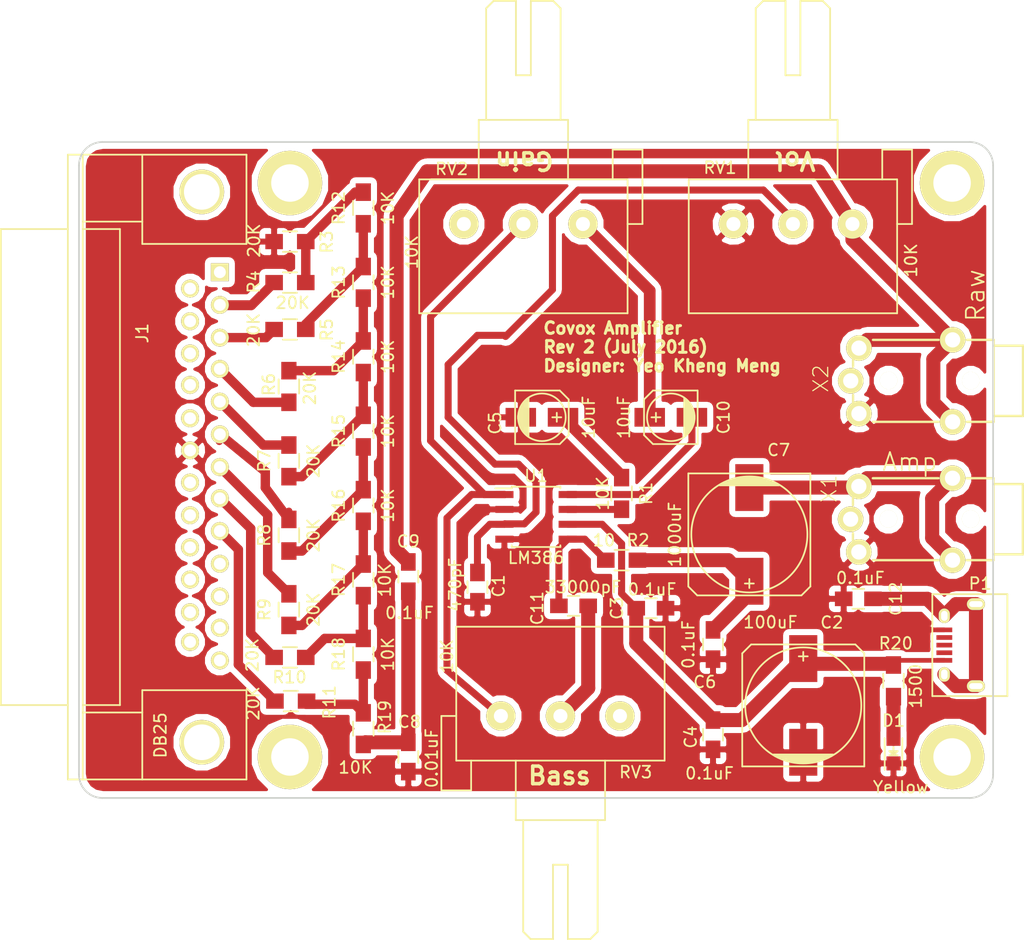
<source format=kicad_pcb>
(kicad_pcb (version 4) (host pcbnew 4.0.2-stable)

  (general
    (links 72)
    (no_connects 0)
    (area 101.924999 85.924999 180.075001 142.075001)
    (thickness 1.6)
    (drawings 12)
    (tracks 147)
    (zones 0)
    (modules 45)
    (nets 60)
  )

  (page A4)
  (title_block
    (title "Covox with Amplifier")
    (date 2016-07-13)
    (rev 2)
    (comment 1 "Designed by Yeo Kheng Meng")
  )

  (layers
    (0 F.Cu signal)
    (31 B.Cu signal)
    (32 B.Adhes user)
    (33 F.Adhes user)
    (34 B.Paste user)
    (35 F.Paste user)
    (36 B.SilkS user)
    (37 F.SilkS user)
    (38 B.Mask user)
    (39 F.Mask user)
    (40 Dwgs.User user)
    (41 Cmts.User user)
    (42 Eco1.User user)
    (43 Eco2.User user)
    (44 Edge.Cuts user)
    (45 Margin user)
    (46 B.CrtYd user)
    (47 F.CrtYd user)
    (48 B.Fab user)
    (49 F.Fab user)
  )

  (setup
    (last_trace_width 1)
    (trace_clearance 0.2)
    (zone_clearance 0.508)
    (zone_45_only no)
    (trace_min 0.2)
    (segment_width 0.2)
    (edge_width 0.15)
    (via_size 0.6)
    (via_drill 0.4)
    (via_min_size 0.4)
    (via_min_drill 0.3)
    (uvia_size 0.3)
    (uvia_drill 0.1)
    (uvias_allowed no)
    (uvia_min_size 0.2)
    (uvia_min_drill 0.1)
    (pcb_text_width 0.3)
    (pcb_text_size 1.5 1.5)
    (mod_edge_width 0.15)
    (mod_text_size 1 1)
    (mod_text_width 0.15)
    (pad_size 1.524 1.524)
    (pad_drill 0.762)
    (pad_to_mask_clearance 0.2)
    (aux_axis_origin 100 142)
    (grid_origin 100 142)
    (visible_elements 7FFFFFFF)
    (pcbplotparams
      (layerselection 0x010fc_80000001)
      (usegerberextensions true)
      (usegerberattributes true)
      (excludeedgelayer true)
      (linewidth 0.100000)
      (plotframeref false)
      (viasonmask false)
      (mode 1)
      (useauxorigin false)
      (hpglpennumber 1)
      (hpglpenspeed 20)
      (hpglpendiameter 15)
      (hpglpenoverlay 2)
      (psnegative false)
      (psa4output false)
      (plotreference true)
      (plotvalue true)
      (plotinvisibletext false)
      (padsonsilk false)
      (subtractmaskfromsilk false)
      (outputformat 1)
      (mirror false)
      (drillshape 0)
      (scaleselection 1)
      (outputdirectory gerber/))
  )

  (net 0 "")
  (net 1 GND)
  (net 2 Input+)
  (net 3 +5V)
  (net 4 "Net-(C5-Pad1)")
  (net 5 "Net-(C6-Pad1)")
  (net 6 Amp-Audio)
  (net 7 "Net-(C8-Pad1)")
  (net 8 Source-Audio)
  (net 9 "Net-(C10-Pad1)")
  (net 10 Gain8)
  (net 11 Vout)
  (net 12 "Net-(C11-Pad2)")
  (net 13 Data7)
  (net 14 Data6)
  (net 15 Data5)
  (net 16 Data4)
  (net 17 Data3)
  (net 18 Data2)
  (net 19 Data1)
  (net 20 Data0)
  (net 21 "Net-(R1-Pad2)")
  (net 22 "Net-(R12-Pad2)")
  (net 23 "Net-(R12-Pad1)")
  (net 24 "Net-(R13-Pad1)")
  (net 25 "Net-(R14-Pad1)")
  (net 26 "Net-(R15-Pad1)")
  (net 27 "Net-(R16-Pad1)")
  (net 28 "Net-(R10-Pad1)")
  (net 29 "Net-(R11-Pad1)")
  (net 30 Gain1)
  (net 31 "Net-(D1-Pad2)")
  (net 32 "Net-(C12-Pad2)")
  (net 33 "Net-(J1-Pad13)")
  (net 34 "Net-(J1-Pad12)")
  (net 35 "Net-(J1-Pad11)")
  (net 36 "Net-(J1-Pad10)")
  (net 37 "Net-(J1-Pad1)")
  (net 38 "Net-(J1-Pad25)")
  (net 39 "Net-(J1-Pad24)")
  (net 40 "Net-(J1-Pad23)")
  (net 41 "Net-(J1-Pad22)")
  (net 42 "Net-(J1-Pad21)")
  (net 43 "Net-(J1-Pad20)")
  (net 44 "Net-(J1-Pad18)")
  (net 45 "Net-(J1-Pad17)")
  (net 46 "Net-(J1-Pad16)")
  (net 47 "Net-(J1-Pad15)")
  (net 48 "Net-(J1-Pad14)")
  (net 49 "Net-(MH1-Pad1)")
  (net 50 "Net-(MH2-Pad1)")
  (net 51 "Net-(MH3-Pad1)")
  (net 52 "Net-(MH4-Pad1)")
  (net 53 "Net-(P1-Pad2)")
  (net 54 "Net-(P1-Pad3)")
  (net 55 "Net-(P1-Pad4)")
  (net 56 "Net-(RV2-Pad3)")
  (net 57 "Net-(RV3-Pad3)")
  (net 58 "Net-(X1-PadP$1)")
  (net 59 "Net-(X2-PadP$1)")

  (net_class Default "This is the default net class."
    (clearance 0.2)
    (trace_width 1)
    (via_dia 0.6)
    (via_drill 0.4)
    (uvia_dia 0.3)
    (uvia_drill 0.1)
    (add_net +5V)
    (add_net Amp-Audio)
    (add_net Data0)
    (add_net Data1)
    (add_net Data2)
    (add_net Data3)
    (add_net Data4)
    (add_net Data5)
    (add_net Data6)
    (add_net Data7)
    (add_net GND)
    (add_net Gain1)
    (add_net Gain8)
    (add_net Input+)
    (add_net "Net-(C10-Pad1)")
    (add_net "Net-(C11-Pad2)")
    (add_net "Net-(C12-Pad2)")
    (add_net "Net-(C5-Pad1)")
    (add_net "Net-(C6-Pad1)")
    (add_net "Net-(C8-Pad1)")
    (add_net "Net-(D1-Pad2)")
    (add_net "Net-(J1-Pad1)")
    (add_net "Net-(J1-Pad10)")
    (add_net "Net-(J1-Pad11)")
    (add_net "Net-(J1-Pad12)")
    (add_net "Net-(J1-Pad13)")
    (add_net "Net-(J1-Pad14)")
    (add_net "Net-(J1-Pad15)")
    (add_net "Net-(J1-Pad16)")
    (add_net "Net-(J1-Pad17)")
    (add_net "Net-(J1-Pad18)")
    (add_net "Net-(J1-Pad20)")
    (add_net "Net-(J1-Pad21)")
    (add_net "Net-(J1-Pad22)")
    (add_net "Net-(J1-Pad23)")
    (add_net "Net-(J1-Pad24)")
    (add_net "Net-(J1-Pad25)")
    (add_net "Net-(MH1-Pad1)")
    (add_net "Net-(MH2-Pad1)")
    (add_net "Net-(MH3-Pad1)")
    (add_net "Net-(MH4-Pad1)")
    (add_net "Net-(P1-Pad2)")
    (add_net "Net-(P1-Pad3)")
    (add_net "Net-(P1-Pad4)")
    (add_net "Net-(R1-Pad2)")
    (add_net "Net-(R10-Pad1)")
    (add_net "Net-(R11-Pad1)")
    (add_net "Net-(R12-Pad1)")
    (add_net "Net-(R12-Pad2)")
    (add_net "Net-(R13-Pad1)")
    (add_net "Net-(R14-Pad1)")
    (add_net "Net-(R15-Pad1)")
    (add_net "Net-(R16-Pad1)")
    (add_net "Net-(RV2-Pad3)")
    (add_net "Net-(RV3-Pad3)")
    (add_net "Net-(X1-PadP$1)")
    (add_net "Net-(X2-PadP$1)")
    (add_net Source-Audio)
    (add_net Vout)
  )

  (net_class Micro-USB ""
    (clearance 0.2)
    (trace_width 0.4)
    (via_dia 0.6)
    (via_drill 0.4)
    (uvia_dia 0.3)
    (uvia_drill 0.1)
  )

  (module db25:DB25MC (layer F.Cu) (tedit 577782DD) (tstamp 578362A8)
    (at 113.75 113.75 90)
    (descr "Connecteur DB25 MALE couche")
    (tags "CONN DB25")
    (path /57761B75)
    (fp_text reference J1 (at 11.43 -6.35 90) (layer F.SilkS)
      (effects (font (size 1 1) (thickness 0.15)))
    )
    (fp_text value DB25 (at -22.9 -4.8 90) (layer F.SilkS)
      (effects (font (size 1 1) (thickness 0.15)))
    )
    (fp_line (start 26.67 -11.43) (end 26.67 2.54) (layer F.SilkS) (width 0.15))
    (fp_line (start 19.05 -6.35) (end 19.05 2.54) (layer F.SilkS) (width 0.15))
    (fp_line (start 20.955 -11.43) (end 20.955 -6.35) (layer F.SilkS) (width 0.15))
    (fp_line (start -20.955 -11.43) (end -20.955 -6.35) (layer F.SilkS) (width 0.15))
    (fp_line (start -19.05 -6.35) (end -19.05 2.54) (layer F.SilkS) (width 0.15))
    (fp_line (start -26.67 2.54) (end -26.67 -11.43) (layer F.SilkS) (width 0.15))
    (fp_line (start 26.67 -6.35) (end 19.05 -6.35) (layer F.SilkS) (width 0.15))
    (fp_line (start -26.67 -6.35) (end -19.05 -6.35) (layer F.SilkS) (width 0.15))
    (fp_line (start 20.32 -8.255) (end 20.32 -11.43) (layer F.SilkS) (width 0.15))
    (fp_line (start -20.32 -8.255) (end -20.32 -11.43) (layer F.SilkS) (width 0.15))
    (fp_line (start 20.32 -18.415) (end 20.32 -12.7) (layer F.SilkS) (width 0.15))
    (fp_line (start -20.32 -18.415) (end -20.32 -12.7) (layer F.SilkS) (width 0.15))
    (fp_line (start 26.67 -11.43) (end 26.67 -12.7) (layer F.SilkS) (width 0.15))
    (fp_line (start 26.67 -12.7) (end -26.67 -12.7) (layer F.SilkS) (width 0.15))
    (fp_line (start -26.67 -12.7) (end -26.67 -11.43) (layer F.SilkS) (width 0.15))
    (fp_line (start -26.67 -11.43) (end 26.67 -11.43) (layer F.SilkS) (width 0.15))
    (fp_line (start 19.05 2.54) (end 26.67 2.54) (layer F.SilkS) (width 0.15))
    (fp_line (start -20.32 -8.255) (end 20.32 -8.255) (layer F.SilkS) (width 0.15))
    (fp_line (start -20.32 -18.415) (end 20.32 -18.415) (layer F.SilkS) (width 0.15))
    (fp_line (start -26.67 2.54) (end -19.05 2.54) (layer F.SilkS) (width 0.15))
    (pad "" thru_hole circle (at 23.495 -1.27 90) (size 3.81 3.81) (drill 3.048) (layers *.Cu *.Mask F.SilkS))
    (pad "" thru_hole circle (at -23.495 -1.27 90) (size 3.81 3.81) (drill 3.048) (layers *.Cu *.Mask F.SilkS))
    (pad 13 thru_hole circle (at -16.51 0.27 90) (size 1.524 1.524) (drill 1.016) (layers *.Cu *.Mask F.SilkS)
      (net 33 "Net-(J1-Pad13)"))
    (pad 12 thru_hole circle (at -13.716 0.27 90) (size 1.524 1.524) (drill 1.016) (layers *.Cu *.Mask F.SilkS)
      (net 34 "Net-(J1-Pad12)"))
    (pad 11 thru_hole circle (at -11.049 0.27 90) (size 1.524 1.524) (drill 1.016) (layers *.Cu *.Mask F.SilkS)
      (net 35 "Net-(J1-Pad11)"))
    (pad 10 thru_hole circle (at -8.255 0.27 90) (size 1.524 1.524) (drill 1.016) (layers *.Cu *.Mask F.SilkS)
      (net 36 "Net-(J1-Pad10)"))
    (pad 9 thru_hole circle (at -5.461 0.27 90) (size 1.524 1.524) (drill 1.016) (layers *.Cu *.Mask F.SilkS)
      (net 13 Data7))
    (pad 8 thru_hole circle (at -2.667 0.27 90) (size 1.524 1.524) (drill 1.016) (layers *.Cu *.Mask F.SilkS)
      (net 14 Data6))
    (pad 7 thru_hole circle (at 0 0.27 90) (size 1.524 1.524) (drill 1.016) (layers *.Cu *.Mask F.SilkS)
      (net 15 Data5))
    (pad 6 thru_hole circle (at 2.794 0.27 90) (size 1.524 1.524) (drill 1.016) (layers *.Cu *.Mask F.SilkS)
      (net 16 Data4))
    (pad 5 thru_hole circle (at 5.588 0.27 90) (size 1.524 1.524) (drill 1.016) (layers *.Cu *.Mask F.SilkS)
      (net 17 Data3))
    (pad 4 thru_hole circle (at 8.382 0.27 90) (size 1.524 1.524) (drill 1.016) (layers *.Cu *.Mask F.SilkS)
      (net 18 Data2))
    (pad 3 thru_hole circle (at 11.049 0.27 90) (size 1.524 1.524) (drill 1.016) (layers *.Cu *.Mask F.SilkS)
      (net 19 Data1))
    (pad 2 thru_hole circle (at 13.843 0.27 90) (size 1.524 1.524) (drill 1.016) (layers *.Cu *.Mask F.SilkS)
      (net 20 Data0))
    (pad 1 thru_hole rect (at 16.637 0.27 90) (size 1.524 1.524) (drill 1.016) (layers *.Cu *.Mask F.SilkS)
      (net 37 "Net-(J1-Pad1)"))
    (pad 25 thru_hole circle (at -14.9352 -2.27 90) (size 1.524 1.524) (drill 1.016) (layers *.Cu *.Mask F.SilkS)
      (net 38 "Net-(J1-Pad25)"))
    (pad 24 thru_hole circle (at -12.3952 -2.27 90) (size 1.524 1.524) (drill 1.016) (layers *.Cu *.Mask F.SilkS)
      (net 39 "Net-(J1-Pad24)"))
    (pad 23 thru_hole circle (at -9.6012 -2.27 90) (size 1.524 1.524) (drill 1.016) (layers *.Cu *.Mask F.SilkS)
      (net 40 "Net-(J1-Pad23)"))
    (pad 22 thru_hole circle (at -6.858 -2.27 90) (size 1.524 1.524) (drill 1.016) (layers *.Cu *.Mask F.SilkS)
      (net 41 "Net-(J1-Pad22)"))
    (pad 21 thru_hole circle (at -4.1148 -2.27 90) (size 1.524 1.524) (drill 1.016) (layers *.Cu *.Mask F.SilkS)
      (net 42 "Net-(J1-Pad21)"))
    (pad 20 thru_hole circle (at -1.3208 -2.27 90) (size 1.524 1.524) (drill 1.016) (layers *.Cu *.Mask F.SilkS)
      (net 43 "Net-(J1-Pad20)"))
    (pad 19 thru_hole circle (at 1.4224 -2.27 90) (size 1.524 1.524) (drill 1.016) (layers *.Cu *.Mask F.SilkS)
      (net 1 GND))
    (pad 18 thru_hole circle (at 4.1656 -2.27 90) (size 1.524 1.524) (drill 1.016) (layers *.Cu *.Mask F.SilkS)
      (net 44 "Net-(J1-Pad18)"))
    (pad 17 thru_hole circle (at 7.0104 -2.27 90) (size 1.524 1.524) (drill 1.016) (layers *.Cu *.Mask F.SilkS)
      (net 45 "Net-(J1-Pad17)"))
    (pad 16 thru_hole circle (at 9.7028 -2.27 90) (size 1.524 1.524) (drill 1.016) (layers *.Cu *.Mask F.SilkS)
      (net 46 "Net-(J1-Pad16)"))
    (pad 15 thru_hole circle (at 12.446 -2.27 90) (size 1.524 1.524) (drill 1.016) (layers *.Cu *.Mask F.SilkS)
      (net 47 "Net-(J1-Pad15)"))
    (pad 14 thru_hole circle (at 15.24 -2.27 90) (size 1.524 1.524) (drill 1.016) (layers *.Cu *.Mask F.SilkS)
      (net 48 "Net-(J1-Pad14)"))
    (model Connect.3dshapes/DB25MC.wrl
      (at (xyz 0 0 0))
      (scale (xyz 1 1 1))
      (rotate (xyz 0 0 0))
    )
  )

  (module Capacitors_SMD:C_0805_HandSoldering (layer F.Cu) (tedit 577780B1) (tstamp 5776A7D8)
    (at 136 124 90)
    (descr "Capacitor SMD 0805, hand soldering")
    (tags "capacitor 0805")
    (path /57792DDC)
    (attr smd)
    (fp_text reference C1 (at 0.1 1.8 90) (layer F.SilkS)
      (effects (font (size 1 1) (thickness 0.15)))
    )
    (fp_text value 470pF (at 0.2 -1.9 90) (layer F.SilkS)
      (effects (font (size 1 1) (thickness 0.15)))
    )
    (fp_line (start -2.3 -1) (end 2.3 -1) (layer F.CrtYd) (width 0.05))
    (fp_line (start -2.3 1) (end 2.3 1) (layer F.CrtYd) (width 0.05))
    (fp_line (start -2.3 -1) (end -2.3 1) (layer F.CrtYd) (width 0.05))
    (fp_line (start 2.3 -1) (end 2.3 1) (layer F.CrtYd) (width 0.05))
    (fp_line (start 0.5 -0.85) (end -0.5 -0.85) (layer F.SilkS) (width 0.15))
    (fp_line (start -0.5 0.85) (end 0.5 0.85) (layer F.SilkS) (width 0.15))
    (pad 1 smd rect (at -1.25 0 90) (size 1.5 1.25) (layers F.Cu F.Paste F.Mask)
      (net 1 GND))
    (pad 2 smd rect (at 1.25 0 90) (size 1.5 1.25) (layers F.Cu F.Paste F.Mask)
      (net 2 Input+))
    (model Capacitors_SMD.3dshapes/C_0805_HandSoldering.wrl
      (at (xyz 0 0 0))
      (scale (xyz 1 1 1))
      (rotate (xyz 0 0 0))
    )
  )

  (module Capacitors_SMD:c_elec_10x10.5 (layer F.Cu) (tedit 5778C974) (tstamp 5776A7F1)
    (at 163.8 134.1 90)
    (descr "SMT capacitor, aluminium electrolytic, 10x10.5")
    (path /5779AAF6)
    (attr smd)
    (fp_text reference C2 (at 7.08 2.44 180) (layer F.SilkS)
      (effects (font (size 1 1) (thickness 0.15)))
    )
    (fp_text value 100uF (at 7.1 -2.8 180) (layer F.SilkS)
      (effects (font (size 1 1) (thickness 0.15)))
    )
    (fp_line (start -6.35 -5.6) (end 6.35 -5.6) (layer F.CrtYd) (width 0.05))
    (fp_line (start 6.35 -5.6) (end 6.35 5.6) (layer F.CrtYd) (width 0.05))
    (fp_line (start 6.35 5.6) (end -6.35 5.6) (layer F.CrtYd) (width 0.05))
    (fp_line (start -6.35 5.6) (end -6.35 -5.6) (layer F.CrtYd) (width 0.05))
    (fp_line (start -4.826 1.016) (end -4.826 -1.016) (layer F.SilkS) (width 0.15))
    (fp_line (start -4.699 -1.397) (end -4.699 1.524) (layer F.SilkS) (width 0.15))
    (fp_line (start -4.572 1.778) (end -4.572 -1.778) (layer F.SilkS) (width 0.15))
    (fp_line (start -4.445 -2.159) (end -4.445 2.159) (layer F.SilkS) (width 0.15))
    (fp_line (start -4.318 2.413) (end -4.318 -2.413) (layer F.SilkS) (width 0.15))
    (fp_line (start -4.191 -2.54) (end -4.191 2.54) (layer F.SilkS) (width 0.15))
    (fp_line (start -5.207 -5.207) (end -5.207 5.207) (layer F.SilkS) (width 0.15))
    (fp_line (start -5.207 5.207) (end 4.445 5.207) (layer F.SilkS) (width 0.15))
    (fp_line (start 4.445 5.207) (end 5.207 4.445) (layer F.SilkS) (width 0.15))
    (fp_line (start 5.207 4.445) (end 5.207 -4.445) (layer F.SilkS) (width 0.15))
    (fp_line (start 5.207 -4.445) (end 4.445 -5.207) (layer F.SilkS) (width 0.15))
    (fp_line (start 4.445 -5.207) (end -5.207 -5.207) (layer F.SilkS) (width 0.15))
    (fp_line (start 4.572 0) (end 3.81 0) (layer F.SilkS) (width 0.15))
    (fp_line (start 4.191 -0.381) (end 4.191 0.381) (layer F.SilkS) (width 0.15))
    (fp_circle (center 0 0) (end 4.953 0) (layer F.SilkS) (width 0.15))
    (pad 1 smd rect (at 4.0005 0 90) (size 4.0005 2.4003) (layers F.Cu F.Paste F.Mask)
      (net 3 +5V))
    (pad 2 smd rect (at -4.0005 0 90) (size 4.0005 2.4003) (layers F.Cu F.Paste F.Mask)
      (net 1 GND))
    (model Capacitors_SMD.3dshapes/c_elec_10x10.5.wrl
      (at (xyz 0 0 0))
      (scale (xyz 1 1 1))
      (rotate (xyz 0 0 0))
    )
  )

  (module Capacitors_SMD:C_0805_HandSoldering (layer F.Cu) (tedit 57831AA5) (tstamp 5776A7FD)
    (at 150.8 125.8)
    (descr "Capacitor SMD 0805, hand soldering")
    (tags "capacitor 0805")
    (path /57793C57)
    (attr smd)
    (fp_text reference C3 (at -2.9 0 90) (layer F.SilkS)
      (effects (font (size 1 1) (thickness 0.15)))
    )
    (fp_text value 0.1uF (at 0.1 -1.6 180) (layer F.SilkS)
      (effects (font (size 1 1) (thickness 0.15)))
    )
    (fp_line (start -2.3 -1) (end 2.3 -1) (layer F.CrtYd) (width 0.05))
    (fp_line (start -2.3 1) (end 2.3 1) (layer F.CrtYd) (width 0.05))
    (fp_line (start -2.3 -1) (end -2.3 1) (layer F.CrtYd) (width 0.05))
    (fp_line (start 2.3 -1) (end 2.3 1) (layer F.CrtYd) (width 0.05))
    (fp_line (start 0.5 -0.85) (end -0.5 -0.85) (layer F.SilkS) (width 0.15))
    (fp_line (start -0.5 0.85) (end 0.5 0.85) (layer F.SilkS) (width 0.15))
    (pad 1 smd rect (at -1.25 0) (size 1.5 1.25) (layers F.Cu F.Paste F.Mask)
      (net 3 +5V))
    (pad 2 smd rect (at 1.25 0) (size 1.5 1.25) (layers F.Cu F.Paste F.Mask)
      (net 1 GND))
    (model Capacitors_SMD.3dshapes/C_0805_HandSoldering.wrl
      (at (xyz 0 0 0))
      (scale (xyz 1 1 1))
      (rotate (xyz 0 0 0))
    )
  )

  (module Capacitors_SMD:C_0805_HandSoldering (layer F.Cu) (tedit 577780ED) (tstamp 5776A809)
    (at 156.1 136.6 270)
    (descr "Capacitor SMD 0805, hand soldering")
    (tags "capacitor 0805")
    (path /5779107A)
    (attr smd)
    (fp_text reference C4 (at 0.2 1.9 270) (layer F.SilkS)
      (effects (font (size 1 1) (thickness 0.15)))
    )
    (fp_text value 0.1uF (at 3.3 0.3 360) (layer F.SilkS)
      (effects (font (size 1 1) (thickness 0.15)))
    )
    (fp_line (start -2.3 -1) (end 2.3 -1) (layer F.CrtYd) (width 0.05))
    (fp_line (start -2.3 1) (end 2.3 1) (layer F.CrtYd) (width 0.05))
    (fp_line (start -2.3 -1) (end -2.3 1) (layer F.CrtYd) (width 0.05))
    (fp_line (start 2.3 -1) (end 2.3 1) (layer F.CrtYd) (width 0.05))
    (fp_line (start 0.5 -0.85) (end -0.5 -0.85) (layer F.SilkS) (width 0.15))
    (fp_line (start -0.5 0.85) (end 0.5 0.85) (layer F.SilkS) (width 0.15))
    (pad 1 smd rect (at -1.25 0 270) (size 1.5 1.25) (layers F.Cu F.Paste F.Mask)
      (net 3 +5V))
    (pad 2 smd rect (at 1.25 0 270) (size 1.5 1.25) (layers F.Cu F.Paste F.Mask)
      (net 1 GND))
    (model Capacitors_SMD.3dshapes/C_0805_HandSoldering.wrl
      (at (xyz 0 0 0))
      (scale (xyz 1 1 1))
      (rotate (xyz 0 0 0))
    )
  )

  (module Capacitors_SMD:C_0805_HandSoldering (layer F.Cu) (tedit 577780E6) (tstamp 5776A82E)
    (at 156.1 128.9 270)
    (descr "Capacitor SMD 0805, hand soldering")
    (tags "capacitor 0805")
    (path /5779F392)
    (attr smd)
    (fp_text reference C6 (at 3.2 0.7 360) (layer F.SilkS)
      (effects (font (size 1 1) (thickness 0.15)))
    )
    (fp_text value 0.1uF (at 0 2.1 270) (layer F.SilkS)
      (effects (font (size 1 1) (thickness 0.15)))
    )
    (fp_line (start -2.3 -1) (end 2.3 -1) (layer F.CrtYd) (width 0.05))
    (fp_line (start -2.3 1) (end 2.3 1) (layer F.CrtYd) (width 0.05))
    (fp_line (start -2.3 -1) (end -2.3 1) (layer F.CrtYd) (width 0.05))
    (fp_line (start 2.3 -1) (end 2.3 1) (layer F.CrtYd) (width 0.05))
    (fp_line (start 0.5 -0.85) (end -0.5 -0.85) (layer F.SilkS) (width 0.15))
    (fp_line (start -0.5 0.85) (end 0.5 0.85) (layer F.SilkS) (width 0.15))
    (pad 1 smd rect (at -1.25 0 270) (size 1.5 1.25) (layers F.Cu F.Paste F.Mask)
      (net 5 "Net-(C6-Pad1)"))
    (pad 2 smd rect (at 1.25 0 270) (size 1.5 1.25) (layers F.Cu F.Paste F.Mask)
      (net 1 GND))
    (model Capacitors_SMD.3dshapes/C_0805_HandSoldering.wrl
      (at (xyz 0 0 0))
      (scale (xyz 1 1 1))
      (rotate (xyz 0 0 0))
    )
  )

  (module Capacitors_SMD:c_elec_10x10.5 (layer F.Cu) (tedit 57778739) (tstamp 5776A847)
    (at 159.2 119.5 270)
    (descr "SMT capacitor, aluminium electrolytic, 10x10.5")
    (path /5779D741)
    (attr smd)
    (fp_text reference C7 (at -7.2 -2.5 360) (layer F.SilkS)
      (effects (font (size 1 1) (thickness 0.15)))
    )
    (fp_text value 1000uF (at 0 6.35 270) (layer F.SilkS)
      (effects (font (size 1 1) (thickness 0.15)))
    )
    (fp_line (start -6.35 -5.6) (end 6.35 -5.6) (layer F.CrtYd) (width 0.05))
    (fp_line (start 6.35 -5.6) (end 6.35 5.6) (layer F.CrtYd) (width 0.05))
    (fp_line (start 6.35 5.6) (end -6.35 5.6) (layer F.CrtYd) (width 0.05))
    (fp_line (start -6.35 5.6) (end -6.35 -5.6) (layer F.CrtYd) (width 0.05))
    (fp_line (start -4.826 1.016) (end -4.826 -1.016) (layer F.SilkS) (width 0.15))
    (fp_line (start -4.699 -1.397) (end -4.699 1.524) (layer F.SilkS) (width 0.15))
    (fp_line (start -4.572 1.778) (end -4.572 -1.778) (layer F.SilkS) (width 0.15))
    (fp_line (start -4.445 -2.159) (end -4.445 2.159) (layer F.SilkS) (width 0.15))
    (fp_line (start -4.318 2.413) (end -4.318 -2.413) (layer F.SilkS) (width 0.15))
    (fp_line (start -4.191 -2.54) (end -4.191 2.54) (layer F.SilkS) (width 0.15))
    (fp_line (start -5.207 -5.207) (end -5.207 5.207) (layer F.SilkS) (width 0.15))
    (fp_line (start -5.207 5.207) (end 4.445 5.207) (layer F.SilkS) (width 0.15))
    (fp_line (start 4.445 5.207) (end 5.207 4.445) (layer F.SilkS) (width 0.15))
    (fp_line (start 5.207 4.445) (end 5.207 -4.445) (layer F.SilkS) (width 0.15))
    (fp_line (start 5.207 -4.445) (end 4.445 -5.207) (layer F.SilkS) (width 0.15))
    (fp_line (start 4.445 -5.207) (end -5.207 -5.207) (layer F.SilkS) (width 0.15))
    (fp_line (start 4.572 0) (end 3.81 0) (layer F.SilkS) (width 0.15))
    (fp_line (start 4.191 -0.381) (end 4.191 0.381) (layer F.SilkS) (width 0.15))
    (fp_circle (center 0 0) (end 4.953 0) (layer F.SilkS) (width 0.15))
    (pad 1 smd rect (at 4.0005 0 270) (size 4.0005 2.4003) (layers F.Cu F.Paste F.Mask)
      (net 5 "Net-(C6-Pad1)"))
    (pad 2 smd rect (at -4.0005 0 270) (size 4.0005 2.4003) (layers F.Cu F.Paste F.Mask)
      (net 6 Amp-Audio))
    (model Capacitors_SMD.3dshapes/c_elec_10x10.5.wrl
      (at (xyz 0 0 0))
      (scale (xyz 1 1 1))
      (rotate (xyz 0 0 0))
    )
  )

  (module Capacitors_SMD:C_0805_HandSoldering (layer F.Cu) (tedit 5778C7BB) (tstamp 5776A853)
    (at 130.1 138.5 270)
    (descr "Capacitor SMD 0805, hand soldering")
    (tags "capacitor 0805")
    (path /5776C2EF)
    (attr smd)
    (fp_text reference C8 (at -3 -0.1 360) (layer F.SilkS)
      (effects (font (size 1 1) (thickness 0.15)))
    )
    (fp_text value 0.01uF (at 0.1 -2 270) (layer F.SilkS)
      (effects (font (size 1 1) (thickness 0.15)))
    )
    (fp_line (start -2.3 -1) (end 2.3 -1) (layer F.CrtYd) (width 0.05))
    (fp_line (start -2.3 1) (end 2.3 1) (layer F.CrtYd) (width 0.05))
    (fp_line (start -2.3 -1) (end -2.3 1) (layer F.CrtYd) (width 0.05))
    (fp_line (start 2.3 -1) (end 2.3 1) (layer F.CrtYd) (width 0.05))
    (fp_line (start 0.5 -0.85) (end -0.5 -0.85) (layer F.SilkS) (width 0.15))
    (fp_line (start -0.5 0.85) (end 0.5 0.85) (layer F.SilkS) (width 0.15))
    (pad 1 smd rect (at -1.25 0 270) (size 1.5 1.25) (layers F.Cu F.Paste F.Mask)
      (net 7 "Net-(C8-Pad1)"))
    (pad 2 smd rect (at 1.25 0 270) (size 1.5 1.25) (layers F.Cu F.Paste F.Mask)
      (net 1 GND))
    (model Capacitors_SMD.3dshapes/C_0805_HandSoldering.wrl
      (at (xyz 0 0 0))
      (scale (xyz 1 1 1))
      (rotate (xyz 0 0 0))
    )
  )

  (module Capacitors_SMD:C_0805_HandSoldering (layer F.Cu) (tedit 577781EA) (tstamp 5776A85F)
    (at 130.1 123.1 90)
    (descr "Capacitor SMD 0805, hand soldering")
    (tags "capacitor 0805")
    (path /5776C3AA)
    (attr smd)
    (fp_text reference C9 (at 3 0 180) (layer F.SilkS)
      (effects (font (size 1 1) (thickness 0.15)))
    )
    (fp_text value 0.1uF (at -3.1 0.1 180) (layer F.SilkS)
      (effects (font (size 1 1) (thickness 0.15)))
    )
    (fp_line (start -2.3 -1) (end 2.3 -1) (layer F.CrtYd) (width 0.05))
    (fp_line (start -2.3 1) (end 2.3 1) (layer F.CrtYd) (width 0.05))
    (fp_line (start -2.3 -1) (end -2.3 1) (layer F.CrtYd) (width 0.05))
    (fp_line (start 2.3 -1) (end 2.3 1) (layer F.CrtYd) (width 0.05))
    (fp_line (start 0.5 -0.85) (end -0.5 -0.85) (layer F.SilkS) (width 0.15))
    (fp_line (start -0.5 0.85) (end 0.5 0.85) (layer F.SilkS) (width 0.15))
    (pad 1 smd rect (at -1.25 0 90) (size 1.5 1.25) (layers F.Cu F.Paste F.Mask)
      (net 7 "Net-(C8-Pad1)"))
    (pad 2 smd rect (at 1.25 0 90) (size 1.5 1.25) (layers F.Cu F.Paste F.Mask)
      (net 8 Source-Audio))
    (model Capacitors_SMD.3dshapes/C_0805_HandSoldering.wrl
      (at (xyz 0 0 0))
      (scale (xyz 1 1 1))
      (rotate (xyz 0 0 0))
    )
  )

  (module Capacitors_SMD:C_0805_HandSoldering (layer F.Cu) (tedit 57831ABC) (tstamp 5776A884)
    (at 144.2 125.6)
    (descr "Capacitor SMD 0805, hand soldering")
    (tags "capacitor 0805")
    (path /577B1E46)
    (attr smd)
    (fp_text reference C11 (at -3.1 0.2 90) (layer F.SilkS)
      (effects (font (size 1 1) (thickness 0.15)))
    )
    (fp_text value 33000pF (at 0.8 -1.6) (layer F.SilkS)
      (effects (font (size 1 1) (thickness 0.15)))
    )
    (fp_line (start -2.3 -1) (end 2.3 -1) (layer F.CrtYd) (width 0.05))
    (fp_line (start -2.3 1) (end 2.3 1) (layer F.CrtYd) (width 0.05))
    (fp_line (start -2.3 -1) (end -2.3 1) (layer F.CrtYd) (width 0.05))
    (fp_line (start 2.3 -1) (end 2.3 1) (layer F.CrtYd) (width 0.05))
    (fp_line (start 0.5 -0.85) (end -0.5 -0.85) (layer F.SilkS) (width 0.15))
    (fp_line (start -0.5 0.85) (end 0.5 0.85) (layer F.SilkS) (width 0.15))
    (pad 1 smd rect (at -1.25 0) (size 1.5 1.25) (layers F.Cu F.Paste F.Mask)
      (net 11 Vout))
    (pad 2 smd rect (at 1.25 0) (size 1.5 1.25) (layers F.Cu F.Paste F.Mask)
      (net 12 "Net-(C11-Pad2)"))
    (model Capacitors_SMD.3dshapes/C_0805_HandSoldering.wrl
      (at (xyz 0 0 0))
      (scale (xyz 1 1 1))
      (rotate (xyz 0 0 0))
    )
  )

  (module Connect:USB_Micro-B (layer F.Cu) (tedit 5778CB2E) (tstamp 5776A8CD)
    (at 177.4 128.95 90)
    (descr "Micro USB Type B Receptacle")
    (tags "USB USB_B USB_micro USB_OTG")
    (path /577736E1)
    (attr smd)
    (fp_text reference P1 (at 5.25 1.5 180) (layer F.SilkS)
      (effects (font (size 1 1) (thickness 0.15)))
    )
    (fp_text value USB (at 0 4.8 90) (layer F.Fab) hide
      (effects (font (size 1 1) (thickness 0.15)))
    )
    (fp_line (start -4.6 -2.8) (end 4.6 -2.8) (layer F.CrtYd) (width 0.05))
    (fp_line (start 4.6 -2.8) (end 4.6 4.05) (layer F.CrtYd) (width 0.05))
    (fp_line (start 4.6 4.05) (end -4.6 4.05) (layer F.CrtYd) (width 0.05))
    (fp_line (start -4.6 4.05) (end -4.6 -2.8) (layer F.CrtYd) (width 0.05))
    (fp_line (start -4.3509 3.81746) (end 4.3491 3.81746) (layer F.SilkS) (width 0.15))
    (fp_line (start -4.3509 -2.58754) (end 4.3491 -2.58754) (layer F.SilkS) (width 0.15))
    (fp_line (start 4.3491 -2.58754) (end 4.3491 3.81746) (layer F.SilkS) (width 0.15))
    (fp_line (start 4.3491 2.58746) (end -4.3509 2.58746) (layer F.SilkS) (width 0.15))
    (fp_line (start -4.3509 3.81746) (end -4.3509 -2.58754) (layer F.SilkS) (width 0.15))
    (pad 1 smd rect (at -1.3009 -1.56254 180) (size 1.35 0.4) (layers F.Cu F.Paste F.Mask)
      (net 3 +5V))
    (pad 2 smd rect (at -0.6509 -1.56254 180) (size 1.35 0.4) (layers F.Cu F.Paste F.Mask)
      (net 53 "Net-(P1-Pad2)"))
    (pad 3 smd rect (at -0.0009 -1.56254 180) (size 1.35 0.4) (layers F.Cu F.Paste F.Mask)
      (net 54 "Net-(P1-Pad3)"))
    (pad 4 smd rect (at 0.6491 -1.56254 180) (size 1.35 0.4) (layers F.Cu F.Paste F.Mask)
      (net 55 "Net-(P1-Pad4)"))
    (pad 5 smd rect (at 1.2991 -1.56254 180) (size 1.35 0.4) (layers F.Cu F.Paste F.Mask)
      (net 1 GND))
    (pad 6 thru_hole oval (at -2.5009 -1.56254 180) (size 0.95 1.25) (drill oval 0.55 0.85) (layers *.Cu *.Mask F.SilkS)
      (net 32 "Net-(C12-Pad2)"))
    (pad 6 thru_hole oval (at 2.4991 -1.56254 180) (size 0.95 1.25) (drill oval 0.55 0.85) (layers *.Cu *.Mask F.SilkS)
      (net 32 "Net-(C12-Pad2)"))
    (pad 6 thru_hole oval (at -3.5009 1.13746 180) (size 1.55 1) (drill oval 1.15 0.5) (layers *.Cu *.Mask F.SilkS)
      (net 32 "Net-(C12-Pad2)"))
    (pad 6 thru_hole oval (at 3.4991 1.13746 180) (size 1.55 1) (drill oval 1.15 0.5) (layers *.Cu *.Mask F.SilkS)
      (net 32 "Net-(C12-Pad2)"))
  )

  (module Resistors_SMD:R_0805_HandSoldering (layer F.Cu) (tedit 57831A91) (tstamp 5776A8D9)
    (at 148.3 116 270)
    (descr "Resistor SMD 0805, hand soldering")
    (tags "resistor 0805")
    (path /57795320)
    (attr smd)
    (fp_text reference R1 (at 0 -2.1 270) (layer F.SilkS)
      (effects (font (size 1 1) (thickness 0.15)))
    )
    (fp_text value 10K (at 0 1.6 270) (layer F.SilkS)
      (effects (font (size 1 1) (thickness 0.15)))
    )
    (fp_line (start -2.4 -1) (end 2.4 -1) (layer F.CrtYd) (width 0.05))
    (fp_line (start -2.4 1) (end 2.4 1) (layer F.CrtYd) (width 0.05))
    (fp_line (start -2.4 -1) (end -2.4 1) (layer F.CrtYd) (width 0.05))
    (fp_line (start 2.4 -1) (end 2.4 1) (layer F.CrtYd) (width 0.05))
    (fp_line (start 0.6 0.875) (end -0.6 0.875) (layer F.SilkS) (width 0.15))
    (fp_line (start -0.6 -0.875) (end 0.6 -0.875) (layer F.SilkS) (width 0.15))
    (pad 1 smd rect (at -1.35 0 270) (size 1.5 1.3) (layers F.Cu F.Paste F.Mask)
      (net 4 "Net-(C5-Pad1)"))
    (pad 2 smd rect (at 1.35 0 270) (size 1.5 1.3) (layers F.Cu F.Paste F.Mask)
      (net 21 "Net-(R1-Pad2)"))
    (model Resistors_SMD.3dshapes/R_0805_HandSoldering.wrl
      (at (xyz 0 0 0))
      (scale (xyz 1 1 1))
      (rotate (xyz 0 0 0))
    )
  )

  (module Resistors_SMD:R_0805_HandSoldering (layer F.Cu) (tedit 577781B1) (tstamp 5776A8E5)
    (at 148.3 121.7 180)
    (descr "Resistor SMD 0805, hand soldering")
    (tags "resistor 0805")
    (path /57799CC6)
    (attr smd)
    (fp_text reference R2 (at -1.4 1.7 180) (layer F.SilkS)
      (effects (font (size 1 1) (thickness 0.15)))
    )
    (fp_text value 10 (at 1.5 1.7 180) (layer F.SilkS)
      (effects (font (size 1 1) (thickness 0.15)))
    )
    (fp_line (start -2.4 -1) (end 2.4 -1) (layer F.CrtYd) (width 0.05))
    (fp_line (start -2.4 1) (end 2.4 1) (layer F.CrtYd) (width 0.05))
    (fp_line (start -2.4 -1) (end -2.4 1) (layer F.CrtYd) (width 0.05))
    (fp_line (start 2.4 -1) (end 2.4 1) (layer F.CrtYd) (width 0.05))
    (fp_line (start 0.6 0.875) (end -0.6 0.875) (layer F.SilkS) (width 0.15))
    (fp_line (start -0.6 -0.875) (end 0.6 -0.875) (layer F.SilkS) (width 0.15))
    (pad 1 smd rect (at -1.35 0 180) (size 1.5 1.3) (layers F.Cu F.Paste F.Mask)
      (net 5 "Net-(C6-Pad1)"))
    (pad 2 smd rect (at 1.35 0 180) (size 1.5 1.3) (layers F.Cu F.Paste F.Mask)
      (net 11 Vout))
    (model Resistors_SMD.3dshapes/R_0805_HandSoldering.wrl
      (at (xyz 0 0 0))
      (scale (xyz 1 1 1))
      (rotate (xyz 0 0 0))
    )
  )

  (module Resistors_SMD:R_0805_HandSoldering (layer F.Cu) (tedit 5778C86D) (tstamp 5776A8F1)
    (at 120 94.5 180)
    (descr "Resistor SMD 0805, hand soldering")
    (tags "resistor 0805")
    (path /5776A199)
    (attr smd)
    (fp_text reference R3 (at -3.14 -0.03 270) (layer F.SilkS)
      (effects (font (size 1 1) (thickness 0.15)))
    )
    (fp_text value 20K (at 3.06 0.09 270) (layer F.SilkS)
      (effects (font (size 1 1) (thickness 0.15)))
    )
    (fp_line (start -2.4 -1) (end 2.4 -1) (layer F.CrtYd) (width 0.05))
    (fp_line (start -2.4 1) (end 2.4 1) (layer F.CrtYd) (width 0.05))
    (fp_line (start -2.4 -1) (end -2.4 1) (layer F.CrtYd) (width 0.05))
    (fp_line (start 2.4 -1) (end 2.4 1) (layer F.CrtYd) (width 0.05))
    (fp_line (start 0.6 0.875) (end -0.6 0.875) (layer F.SilkS) (width 0.15))
    (fp_line (start -0.6 -0.875) (end 0.6 -0.875) (layer F.SilkS) (width 0.15))
    (pad 1 smd rect (at -1.35 0 180) (size 1.5 1.3) (layers F.Cu F.Paste F.Mask)
      (net 22 "Net-(R12-Pad2)"))
    (pad 2 smd rect (at 1.35 0 180) (size 1.5 1.3) (layers F.Cu F.Paste F.Mask)
      (net 1 GND))
    (model Resistors_SMD.3dshapes/R_0805_HandSoldering.wrl
      (at (xyz 0 0 0))
      (scale (xyz 1 1 1))
      (rotate (xyz 0 0 0))
    )
  )

  (module Resistors_SMD:R_0805_HandSoldering (layer F.Cu) (tedit 5778C881) (tstamp 5776A8FD)
    (at 120 98 180)
    (descr "Resistor SMD 0805, hand soldering")
    (tags "resistor 0805")
    (path /577677AB)
    (attr smd)
    (fp_text reference R4 (at 3.08 0.06 450) (layer F.SilkS)
      (effects (font (size 1 1) (thickness 0.15)))
    )
    (fp_text value 20K (at -0.23 -1.73 360) (layer F.SilkS)
      (effects (font (size 1 1) (thickness 0.15)))
    )
    (fp_line (start -2.4 -1) (end 2.4 -1) (layer F.CrtYd) (width 0.05))
    (fp_line (start -2.4 1) (end 2.4 1) (layer F.CrtYd) (width 0.05))
    (fp_line (start -2.4 -1) (end -2.4 1) (layer F.CrtYd) (width 0.05))
    (fp_line (start 2.4 -1) (end 2.4 1) (layer F.CrtYd) (width 0.05))
    (fp_line (start 0.6 0.875) (end -0.6 0.875) (layer F.SilkS) (width 0.15))
    (fp_line (start -0.6 -0.875) (end 0.6 -0.875) (layer F.SilkS) (width 0.15))
    (pad 1 smd rect (at -1.35 0 180) (size 1.5 1.3) (layers F.Cu F.Paste F.Mask)
      (net 22 "Net-(R12-Pad2)"))
    (pad 2 smd rect (at 1.35 0 180) (size 1.5 1.3) (layers F.Cu F.Paste F.Mask)
      (net 20 Data0))
    (model Resistors_SMD.3dshapes/R_0805_HandSoldering.wrl
      (at (xyz 0 0 0))
      (scale (xyz 1 1 1))
      (rotate (xyz 0 0 0))
    )
  )

  (module Resistors_SMD:R_0805_HandSoldering (layer F.Cu) (tedit 5778C864) (tstamp 5776A909)
    (at 120 102 180)
    (descr "Resistor SMD 0805, hand soldering")
    (tags "resistor 0805")
    (path /57767BD6)
    (attr smd)
    (fp_text reference R5 (at -3.14 -0.03 270) (layer F.SilkS)
      (effects (font (size 1 1) (thickness 0.15)))
    )
    (fp_text value 20K (at 3.1 -0.05 270) (layer F.SilkS)
      (effects (font (size 1 1) (thickness 0.15)))
    )
    (fp_line (start -2.4 -1) (end 2.4 -1) (layer F.CrtYd) (width 0.05))
    (fp_line (start -2.4 1) (end 2.4 1) (layer F.CrtYd) (width 0.05))
    (fp_line (start -2.4 -1) (end -2.4 1) (layer F.CrtYd) (width 0.05))
    (fp_line (start 2.4 -1) (end 2.4 1) (layer F.CrtYd) (width 0.05))
    (fp_line (start 0.6 0.875) (end -0.6 0.875) (layer F.SilkS) (width 0.15))
    (fp_line (start -0.6 -0.875) (end 0.6 -0.875) (layer F.SilkS) (width 0.15))
    (pad 1 smd rect (at -1.35 0 180) (size 1.5 1.3) (layers F.Cu F.Paste F.Mask)
      (net 23 "Net-(R12-Pad1)"))
    (pad 2 smd rect (at 1.35 0 180) (size 1.5 1.3) (layers F.Cu F.Paste F.Mask)
      (net 19 Data1))
    (model Resistors_SMD.3dshapes/R_0805_HandSoldering.wrl
      (at (xyz 0 0 0))
      (scale (xyz 1 1 1))
      (rotate (xyz 0 0 0))
    )
  )

  (module Resistors_SMD:R_0805_HandSoldering (layer F.Cu) (tedit 57778041) (tstamp 5776A915)
    (at 119.91 106.87 270)
    (descr "Resistor SMD 0805, hand soldering")
    (tags "resistor 0805")
    (path /57767D92)
    (attr smd)
    (fp_text reference R6 (at -0.17 1.71 270) (layer F.SilkS)
      (effects (font (size 1 1) (thickness 0.15)))
    )
    (fp_text value 20K (at 0.13 -1.79 270) (layer F.SilkS)
      (effects (font (size 1 1) (thickness 0.15)))
    )
    (fp_line (start -2.4 -1) (end 2.4 -1) (layer F.CrtYd) (width 0.05))
    (fp_line (start -2.4 1) (end 2.4 1) (layer F.CrtYd) (width 0.05))
    (fp_line (start -2.4 -1) (end -2.4 1) (layer F.CrtYd) (width 0.05))
    (fp_line (start 2.4 -1) (end 2.4 1) (layer F.CrtYd) (width 0.05))
    (fp_line (start 0.6 0.875) (end -0.6 0.875) (layer F.SilkS) (width 0.15))
    (fp_line (start -0.6 -0.875) (end 0.6 -0.875) (layer F.SilkS) (width 0.15))
    (pad 1 smd rect (at -1.35 0 270) (size 1.5 1.3) (layers F.Cu F.Paste F.Mask)
      (net 24 "Net-(R13-Pad1)"))
    (pad 2 smd rect (at 1.35 0 270) (size 1.5 1.3) (layers F.Cu F.Paste F.Mask)
      (net 18 Data2))
    (model Resistors_SMD.3dshapes/R_0805_HandSoldering.wrl
      (at (xyz 0 0 0))
      (scale (xyz 1 1 1))
      (rotate (xyz 0 0 0))
    )
  )

  (module Resistors_SMD:R_0805_HandSoldering (layer F.Cu) (tedit 57778047) (tstamp 5776A921)
    (at 119.91 113.22 90)
    (descr "Resistor SMD 0805, hand soldering")
    (tags "resistor 0805")
    (path /57767D98)
    (attr smd)
    (fp_text reference R7 (at 0 -2.1 90) (layer F.SilkS)
      (effects (font (size 1 1) (thickness 0.15)))
    )
    (fp_text value 20K (at 0 2.1 90) (layer F.SilkS)
      (effects (font (size 1 1) (thickness 0.15)))
    )
    (fp_line (start -2.4 -1) (end 2.4 -1) (layer F.CrtYd) (width 0.05))
    (fp_line (start -2.4 1) (end 2.4 1) (layer F.CrtYd) (width 0.05))
    (fp_line (start -2.4 -1) (end -2.4 1) (layer F.CrtYd) (width 0.05))
    (fp_line (start 2.4 -1) (end 2.4 1) (layer F.CrtYd) (width 0.05))
    (fp_line (start 0.6 0.875) (end -0.6 0.875) (layer F.SilkS) (width 0.15))
    (fp_line (start -0.6 -0.875) (end 0.6 -0.875) (layer F.SilkS) (width 0.15))
    (pad 1 smd rect (at -1.35 0 90) (size 1.5 1.3) (layers F.Cu F.Paste F.Mask)
      (net 25 "Net-(R14-Pad1)"))
    (pad 2 smd rect (at 1.35 0 90) (size 1.5 1.3) (layers F.Cu F.Paste F.Mask)
      (net 17 Data3))
    (model Resistors_SMD.3dshapes/R_0805_HandSoldering.wrl
      (at (xyz 0 0 0))
      (scale (xyz 1 1 1))
      (rotate (xyz 0 0 0))
    )
  )

  (module Resistors_SMD:R_0805_HandSoldering (layer F.Cu) (tedit 5777804D) (tstamp 5776A92D)
    (at 119.91 119.57 90)
    (descr "Resistor SMD 0805, hand soldering")
    (tags "resistor 0805")
    (path /57767EC0)
    (attr smd)
    (fp_text reference R8 (at 0 -2.1 90) (layer F.SilkS)
      (effects (font (size 1 1) (thickness 0.15)))
    )
    (fp_text value 20K (at 0 2.1 90) (layer F.SilkS)
      (effects (font (size 1 1) (thickness 0.15)))
    )
    (fp_line (start -2.4 -1) (end 2.4 -1) (layer F.CrtYd) (width 0.05))
    (fp_line (start -2.4 1) (end 2.4 1) (layer F.CrtYd) (width 0.05))
    (fp_line (start -2.4 -1) (end -2.4 1) (layer F.CrtYd) (width 0.05))
    (fp_line (start 2.4 -1) (end 2.4 1) (layer F.CrtYd) (width 0.05))
    (fp_line (start 0.6 0.875) (end -0.6 0.875) (layer F.SilkS) (width 0.15))
    (fp_line (start -0.6 -0.875) (end 0.6 -0.875) (layer F.SilkS) (width 0.15))
    (pad 1 smd rect (at -1.35 0 90) (size 1.5 1.3) (layers F.Cu F.Paste F.Mask)
      (net 26 "Net-(R15-Pad1)"))
    (pad 2 smd rect (at 1.35 0 90) (size 1.5 1.3) (layers F.Cu F.Paste F.Mask)
      (net 16 Data4))
    (model Resistors_SMD.3dshapes/R_0805_HandSoldering.wrl
      (at (xyz 0 0 0))
      (scale (xyz 1 1 1))
      (rotate (xyz 0 0 0))
    )
  )

  (module Resistors_SMD:R_0805_HandSoldering (layer F.Cu) (tedit 57778054) (tstamp 5776A939)
    (at 119.91 125.92 90)
    (descr "Resistor SMD 0805, hand soldering")
    (tags "resistor 0805")
    (path /57767EC6)
    (attr smd)
    (fp_text reference R9 (at 0 -2.1 90) (layer F.SilkS)
      (effects (font (size 1 1) (thickness 0.15)))
    )
    (fp_text value 20K (at 0 2.1 90) (layer F.SilkS)
      (effects (font (size 1 1) (thickness 0.15)))
    )
    (fp_line (start -2.4 -1) (end 2.4 -1) (layer F.CrtYd) (width 0.05))
    (fp_line (start -2.4 1) (end 2.4 1) (layer F.CrtYd) (width 0.05))
    (fp_line (start -2.4 -1) (end -2.4 1) (layer F.CrtYd) (width 0.05))
    (fp_line (start 2.4 -1) (end 2.4 1) (layer F.CrtYd) (width 0.05))
    (fp_line (start 0.6 0.875) (end -0.6 0.875) (layer F.SilkS) (width 0.15))
    (fp_line (start -0.6 -0.875) (end 0.6 -0.875) (layer F.SilkS) (width 0.15))
    (pad 1 smd rect (at -1.35 0 90) (size 1.5 1.3) (layers F.Cu F.Paste F.Mask)
      (net 27 "Net-(R16-Pad1)"))
    (pad 2 smd rect (at 1.35 0 90) (size 1.5 1.3) (layers F.Cu F.Paste F.Mask)
      (net 15 Data5))
    (model Resistors_SMD.3dshapes/R_0805_HandSoldering.wrl
      (at (xyz 0 0 0))
      (scale (xyz 1 1 1))
      (rotate (xyz 0 0 0))
    )
  )

  (module Resistors_SMD:R_0805_HandSoldering (layer F.Cu) (tedit 5778C8E7) (tstamp 5776A945)
    (at 120 130 180)
    (descr "Resistor SMD 0805, hand soldering")
    (tags "resistor 0805")
    (path /57767ECC)
    (attr smd)
    (fp_text reference R10 (at 0.03 -1.69 180) (layer F.SilkS)
      (effects (font (size 1 1) (thickness 0.15)))
    )
    (fp_text value 20K (at 3.2 0.2 270) (layer F.SilkS)
      (effects (font (size 1 1) (thickness 0.15)))
    )
    (fp_line (start -2.4 -1) (end 2.4 -1) (layer F.CrtYd) (width 0.05))
    (fp_line (start -2.4 1) (end 2.4 1) (layer F.CrtYd) (width 0.05))
    (fp_line (start -2.4 -1) (end -2.4 1) (layer F.CrtYd) (width 0.05))
    (fp_line (start 2.4 -1) (end 2.4 1) (layer F.CrtYd) (width 0.05))
    (fp_line (start 0.6 0.875) (end -0.6 0.875) (layer F.SilkS) (width 0.15))
    (fp_line (start -0.6 -0.875) (end 0.6 -0.875) (layer F.SilkS) (width 0.15))
    (pad 1 smd rect (at -1.35 0 180) (size 1.5 1.3) (layers F.Cu F.Paste F.Mask)
      (net 28 "Net-(R10-Pad1)"))
    (pad 2 smd rect (at 1.35 0 180) (size 1.5 1.3) (layers F.Cu F.Paste F.Mask)
      (net 14 Data6))
    (model Resistors_SMD.3dshapes/R_0805_HandSoldering.wrl
      (at (xyz 0 0 0))
      (scale (xyz 1 1 1))
      (rotate (xyz 0 0 0))
    )
  )

  (module Resistors_SMD:R_0805_HandSoldering (layer F.Cu) (tedit 5778C7B1) (tstamp 5776A951)
    (at 120.07 133.73 180)
    (descr "Resistor SMD 0805, hand soldering")
    (tags "resistor 0805")
    (path /57767ED2)
    (attr smd)
    (fp_text reference R11 (at -3.3 -0.1 270) (layer F.SilkS)
      (effects (font (size 1 1) (thickness 0.15)))
    )
    (fp_text value 20K (at 3.2 -0.2 270) (layer F.SilkS)
      (effects (font (size 1 1) (thickness 0.15)))
    )
    (fp_line (start -2.4 -1) (end 2.4 -1) (layer F.CrtYd) (width 0.05))
    (fp_line (start -2.4 1) (end 2.4 1) (layer F.CrtYd) (width 0.05))
    (fp_line (start -2.4 -1) (end -2.4 1) (layer F.CrtYd) (width 0.05))
    (fp_line (start 2.4 -1) (end 2.4 1) (layer F.CrtYd) (width 0.05))
    (fp_line (start 0.6 0.875) (end -0.6 0.875) (layer F.SilkS) (width 0.15))
    (fp_line (start -0.6 -0.875) (end 0.6 -0.875) (layer F.SilkS) (width 0.15))
    (pad 1 smd rect (at -1.35 0 180) (size 1.5 1.3) (layers F.Cu F.Paste F.Mask)
      (net 29 "Net-(R11-Pad1)"))
    (pad 2 smd rect (at 1.35 0 180) (size 1.5 1.3) (layers F.Cu F.Paste F.Mask)
      (net 13 Data7))
    (model Resistors_SMD.3dshapes/R_0805_HandSoldering.wrl
      (at (xyz 0 0 0))
      (scale (xyz 1 1 1))
      (rotate (xyz 0 0 0))
    )
  )

  (module Resistors_SMD:R_0805_HandSoldering (layer F.Cu) (tedit 5777809A) (tstamp 5776A95D)
    (at 126.26 91.63 90)
    (descr "Resistor SMD 0805, hand soldering")
    (tags "resistor 0805")
    (path /57768432)
    (attr smd)
    (fp_text reference R12 (at 0 -2.1 90) (layer F.SilkS)
      (effects (font (size 1 1) (thickness 0.15)))
    )
    (fp_text value 10K (at 0 2.1 90) (layer F.SilkS)
      (effects (font (size 1 1) (thickness 0.15)))
    )
    (fp_line (start -2.4 -1) (end 2.4 -1) (layer F.CrtYd) (width 0.05))
    (fp_line (start -2.4 1) (end 2.4 1) (layer F.CrtYd) (width 0.05))
    (fp_line (start -2.4 -1) (end -2.4 1) (layer F.CrtYd) (width 0.05))
    (fp_line (start 2.4 -1) (end 2.4 1) (layer F.CrtYd) (width 0.05))
    (fp_line (start 0.6 0.875) (end -0.6 0.875) (layer F.SilkS) (width 0.15))
    (fp_line (start -0.6 -0.875) (end 0.6 -0.875) (layer F.SilkS) (width 0.15))
    (pad 1 smd rect (at -1.35 0 90) (size 1.5 1.3) (layers F.Cu F.Paste F.Mask)
      (net 23 "Net-(R12-Pad1)"))
    (pad 2 smd rect (at 1.35 0 90) (size 1.5 1.3) (layers F.Cu F.Paste F.Mask)
      (net 22 "Net-(R12-Pad2)"))
    (model Resistors_SMD.3dshapes/R_0805_HandSoldering.wrl
      (at (xyz 0 0 0))
      (scale (xyz 1 1 1))
      (rotate (xyz 0 0 0))
    )
  )

  (module Resistors_SMD:R_0805_HandSoldering (layer F.Cu) (tedit 57778093) (tstamp 5776A969)
    (at 126.26 97.98 90)
    (descr "Resistor SMD 0805, hand soldering")
    (tags "resistor 0805")
    (path /577684C8)
    (attr smd)
    (fp_text reference R13 (at 0 -2.1 90) (layer F.SilkS)
      (effects (font (size 1 1) (thickness 0.15)))
    )
    (fp_text value 10K (at 0 2.1 90) (layer F.SilkS)
      (effects (font (size 1 1) (thickness 0.15)))
    )
    (fp_line (start -2.4 -1) (end 2.4 -1) (layer F.CrtYd) (width 0.05))
    (fp_line (start -2.4 1) (end 2.4 1) (layer F.CrtYd) (width 0.05))
    (fp_line (start -2.4 -1) (end -2.4 1) (layer F.CrtYd) (width 0.05))
    (fp_line (start 2.4 -1) (end 2.4 1) (layer F.CrtYd) (width 0.05))
    (fp_line (start 0.6 0.875) (end -0.6 0.875) (layer F.SilkS) (width 0.15))
    (fp_line (start -0.6 -0.875) (end 0.6 -0.875) (layer F.SilkS) (width 0.15))
    (pad 1 smd rect (at -1.35 0 90) (size 1.5 1.3) (layers F.Cu F.Paste F.Mask)
      (net 24 "Net-(R13-Pad1)"))
    (pad 2 smd rect (at 1.35 0 90) (size 1.5 1.3) (layers F.Cu F.Paste F.Mask)
      (net 23 "Net-(R12-Pad1)"))
    (model Resistors_SMD.3dshapes/R_0805_HandSoldering.wrl
      (at (xyz 0 0 0))
      (scale (xyz 1 1 1))
      (rotate (xyz 0 0 0))
    )
  )

  (module Resistors_SMD:R_0805_HandSoldering (layer F.Cu) (tedit 5777808D) (tstamp 5776A975)
    (at 126.26 104.33 90)
    (descr "Resistor SMD 0805, hand soldering")
    (tags "resistor 0805")
    (path /577685B1)
    (attr smd)
    (fp_text reference R14 (at 0 -2.1 90) (layer F.SilkS)
      (effects (font (size 1 1) (thickness 0.15)))
    )
    (fp_text value 10K (at 0 2.1 90) (layer F.SilkS)
      (effects (font (size 1 1) (thickness 0.15)))
    )
    (fp_line (start -2.4 -1) (end 2.4 -1) (layer F.CrtYd) (width 0.05))
    (fp_line (start -2.4 1) (end 2.4 1) (layer F.CrtYd) (width 0.05))
    (fp_line (start -2.4 -1) (end -2.4 1) (layer F.CrtYd) (width 0.05))
    (fp_line (start 2.4 -1) (end 2.4 1) (layer F.CrtYd) (width 0.05))
    (fp_line (start 0.6 0.875) (end -0.6 0.875) (layer F.SilkS) (width 0.15))
    (fp_line (start -0.6 -0.875) (end 0.6 -0.875) (layer F.SilkS) (width 0.15))
    (pad 1 smd rect (at -1.35 0 90) (size 1.5 1.3) (layers F.Cu F.Paste F.Mask)
      (net 25 "Net-(R14-Pad1)"))
    (pad 2 smd rect (at 1.35 0 90) (size 1.5 1.3) (layers F.Cu F.Paste F.Mask)
      (net 24 "Net-(R13-Pad1)"))
    (model Resistors_SMD.3dshapes/R_0805_HandSoldering.wrl
      (at (xyz 0 0 0))
      (scale (xyz 1 1 1))
      (rotate (xyz 0 0 0))
    )
  )

  (module Resistors_SMD:R_0805_HandSoldering (layer F.Cu) (tedit 57778086) (tstamp 5776A981)
    (at 126.26 110.68 90)
    (descr "Resistor SMD 0805, hand soldering")
    (tags "resistor 0805")
    (path /577685B7)
    (attr smd)
    (fp_text reference R15 (at 0 -2.1 90) (layer F.SilkS)
      (effects (font (size 1 1) (thickness 0.15)))
    )
    (fp_text value 10K (at 0 2.1 90) (layer F.SilkS)
      (effects (font (size 1 1) (thickness 0.15)))
    )
    (fp_line (start -2.4 -1) (end 2.4 -1) (layer F.CrtYd) (width 0.05))
    (fp_line (start -2.4 1) (end 2.4 1) (layer F.CrtYd) (width 0.05))
    (fp_line (start -2.4 -1) (end -2.4 1) (layer F.CrtYd) (width 0.05))
    (fp_line (start 2.4 -1) (end 2.4 1) (layer F.CrtYd) (width 0.05))
    (fp_line (start 0.6 0.875) (end -0.6 0.875) (layer F.SilkS) (width 0.15))
    (fp_line (start -0.6 -0.875) (end 0.6 -0.875) (layer F.SilkS) (width 0.15))
    (pad 1 smd rect (at -1.35 0 90) (size 1.5 1.3) (layers F.Cu F.Paste F.Mask)
      (net 26 "Net-(R15-Pad1)"))
    (pad 2 smd rect (at 1.35 0 90) (size 1.5 1.3) (layers F.Cu F.Paste F.Mask)
      (net 25 "Net-(R14-Pad1)"))
    (model Resistors_SMD.3dshapes/R_0805_HandSoldering.wrl
      (at (xyz 0 0 0))
      (scale (xyz 1 1 1))
      (rotate (xyz 0 0 0))
    )
  )

  (module Resistors_SMD:R_0805_HandSoldering (layer F.Cu) (tedit 57778080) (tstamp 5776A98D)
    (at 126.26 117.03 90)
    (descr "Resistor SMD 0805, hand soldering")
    (tags "resistor 0805")
    (path /57768723)
    (attr smd)
    (fp_text reference R16 (at 0 -2.1 90) (layer F.SilkS)
      (effects (font (size 1 1) (thickness 0.15)))
    )
    (fp_text value 10K (at 0 2.1 90) (layer F.SilkS)
      (effects (font (size 1 1) (thickness 0.15)))
    )
    (fp_line (start -2.4 -1) (end 2.4 -1) (layer F.CrtYd) (width 0.05))
    (fp_line (start -2.4 1) (end 2.4 1) (layer F.CrtYd) (width 0.05))
    (fp_line (start -2.4 -1) (end -2.4 1) (layer F.CrtYd) (width 0.05))
    (fp_line (start 2.4 -1) (end 2.4 1) (layer F.CrtYd) (width 0.05))
    (fp_line (start 0.6 0.875) (end -0.6 0.875) (layer F.SilkS) (width 0.15))
    (fp_line (start -0.6 -0.875) (end 0.6 -0.875) (layer F.SilkS) (width 0.15))
    (pad 1 smd rect (at -1.35 0 90) (size 1.5 1.3) (layers F.Cu F.Paste F.Mask)
      (net 27 "Net-(R16-Pad1)"))
    (pad 2 smd rect (at 1.35 0 90) (size 1.5 1.3) (layers F.Cu F.Paste F.Mask)
      (net 26 "Net-(R15-Pad1)"))
    (model Resistors_SMD.3dshapes/R_0805_HandSoldering.wrl
      (at (xyz 0 0 0))
      (scale (xyz 1 1 1))
      (rotate (xyz 0 0 0))
    )
  )

  (module Resistors_SMD:R_0805_HandSoldering (layer F.Cu) (tedit 577781D7) (tstamp 5776A999)
    (at 126.26 123.38 90)
    (descr "Resistor SMD 0805, hand soldering")
    (tags "resistor 0805")
    (path /57768729)
    (attr smd)
    (fp_text reference R17 (at 0 -2.1 90) (layer F.SilkS)
      (effects (font (size 1 1) (thickness 0.15)))
    )
    (fp_text value 10K (at -0.02 1.84 90) (layer F.SilkS)
      (effects (font (size 1 1) (thickness 0.15)))
    )
    (fp_line (start -2.4 -1) (end 2.4 -1) (layer F.CrtYd) (width 0.05))
    (fp_line (start -2.4 1) (end 2.4 1) (layer F.CrtYd) (width 0.05))
    (fp_line (start -2.4 -1) (end -2.4 1) (layer F.CrtYd) (width 0.05))
    (fp_line (start 2.4 -1) (end 2.4 1) (layer F.CrtYd) (width 0.05))
    (fp_line (start 0.6 0.875) (end -0.6 0.875) (layer F.SilkS) (width 0.15))
    (fp_line (start -0.6 -0.875) (end 0.6 -0.875) (layer F.SilkS) (width 0.15))
    (pad 1 smd rect (at -1.35 0 90) (size 1.5 1.3) (layers F.Cu F.Paste F.Mask)
      (net 28 "Net-(R10-Pad1)"))
    (pad 2 smd rect (at 1.35 0 90) (size 1.5 1.3) (layers F.Cu F.Paste F.Mask)
      (net 27 "Net-(R16-Pad1)"))
    (model Resistors_SMD.3dshapes/R_0805_HandSoldering.wrl
      (at (xyz 0 0 0))
      (scale (xyz 1 1 1))
      (rotate (xyz 0 0 0))
    )
  )

  (module Resistors_SMD:R_0805_HandSoldering (layer F.Cu) (tedit 57778072) (tstamp 5776A9A5)
    (at 126.26 129.73 90)
    (descr "Resistor SMD 0805, hand soldering")
    (tags "resistor 0805")
    (path /5776872F)
    (attr smd)
    (fp_text reference R18 (at 0 -2.1 90) (layer F.SilkS)
      (effects (font (size 1 1) (thickness 0.15)))
    )
    (fp_text value 10K (at 0 2.1 90) (layer F.SilkS)
      (effects (font (size 1 1) (thickness 0.15)))
    )
    (fp_line (start -2.4 -1) (end 2.4 -1) (layer F.CrtYd) (width 0.05))
    (fp_line (start -2.4 1) (end 2.4 1) (layer F.CrtYd) (width 0.05))
    (fp_line (start -2.4 -1) (end -2.4 1) (layer F.CrtYd) (width 0.05))
    (fp_line (start 2.4 -1) (end 2.4 1) (layer F.CrtYd) (width 0.05))
    (fp_line (start 0.6 0.875) (end -0.6 0.875) (layer F.SilkS) (width 0.15))
    (fp_line (start -0.6 -0.875) (end 0.6 -0.875) (layer F.SilkS) (width 0.15))
    (pad 1 smd rect (at -1.35 0 90) (size 1.5 1.3) (layers F.Cu F.Paste F.Mask)
      (net 29 "Net-(R11-Pad1)"))
    (pad 2 smd rect (at 1.35 0 90) (size 1.5 1.3) (layers F.Cu F.Paste F.Mask)
      (net 28 "Net-(R10-Pad1)"))
    (model Resistors_SMD.3dshapes/R_0805_HandSoldering.wrl
      (at (xyz 0 0 0))
      (scale (xyz 1 1 1))
      (rotate (xyz 0 0 0))
    )
  )

  (module Resistors_SMD:R_0805_HandSoldering (layer F.Cu) (tedit 5778C7B5) (tstamp 5776A9B1)
    (at 126.26 136.08 90)
    (descr "Resistor SMD 0805, hand soldering")
    (tags "resistor 0805")
    (path /57768735)
    (attr smd)
    (fp_text reference R19 (at 0.98 1.84 90) (layer F.SilkS)
      (effects (font (size 1 1) (thickness 0.15)))
    )
    (fp_text value 10K (at -3.32 -0.66 180) (layer F.SilkS)
      (effects (font (size 1 1) (thickness 0.15)))
    )
    (fp_line (start -2.4 -1) (end 2.4 -1) (layer F.CrtYd) (width 0.05))
    (fp_line (start -2.4 1) (end 2.4 1) (layer F.CrtYd) (width 0.05))
    (fp_line (start -2.4 -1) (end -2.4 1) (layer F.CrtYd) (width 0.05))
    (fp_line (start 2.4 -1) (end 2.4 1) (layer F.CrtYd) (width 0.05))
    (fp_line (start 0.6 0.875) (end -0.6 0.875) (layer F.SilkS) (width 0.15))
    (fp_line (start -0.6 -0.875) (end 0.6 -0.875) (layer F.SilkS) (width 0.15))
    (pad 1 smd rect (at -1.35 0 90) (size 1.5 1.3) (layers F.Cu F.Paste F.Mask)
      (net 7 "Net-(C8-Pad1)"))
    (pad 2 smd rect (at 1.35 0 90) (size 1.5 1.3) (layers F.Cu F.Paste F.Mask)
      (net 29 "Net-(R11-Pad1)"))
    (model Resistors_SMD.3dshapes/R_0805_HandSoldering.wrl
      (at (xyz 0 0 0))
      (scale (xyz 1 1 1))
      (rotate (xyz 0 0 0))
    )
  )

  (module Potentiometers:Potentiometer_Alps-RK163-single_15mm (layer F.Cu) (tedit 57778BAC) (tstamp 5776A9CC)
    (at 168 93 90)
    (descr "Potentiometer, Alps, RK163, single")
    (tags "Potentiometer, Alps, RK163, single")
    (path /5777A309)
    (fp_text reference RV1 (at 4.8 -11.3 180) (layer F.SilkS)
      (effects (font (size 1 1) (thickness 0.15)))
    )
    (fp_text value 10K (at -3.1 5 90) (layer F.SilkS)
      (effects (font (size 1 1) (thickness 0.15)))
    )
    (fp_line (start 19.05 -5.715) (end 19.05 -7.62) (layer F.SilkS) (width 0.15))
    (fp_line (start 19.05 -2.54) (end 19.05 -4.445) (layer F.SilkS) (width 0.15))
    (fp_line (start 12.7 -5.715) (end 12.7 -4.445) (layer F.SilkS) (width 0.15))
    (fp_line (start 0 5.08) (end 6.35 5.08) (layer F.SilkS) (width 0.15))
    (fp_line (start 6.35 5.08) (end 6.35 2.54) (layer F.SilkS) (width 0.15))
    (fp_line (start 6.35 2.54) (end 3.81 2.54) (layer F.SilkS) (width 0.15))
    (fp_line (start 0 5.08) (end 0 3.81) (layer F.SilkS) (width 0.15))
    (fp_line (start 12.7 -4.445) (end 19.05 -4.445) (layer F.SilkS) (width 0.15))
    (fp_line (start 19.05 -5.715) (end 12.7 -5.715) (layer F.SilkS) (width 0.15))
    (fp_line (start 8.89 -8.255) (end 18.415 -8.255) (layer F.SilkS) (width 0.15))
    (fp_line (start 18.415 -8.255) (end 19.05 -7.62) (layer F.SilkS) (width 0.15))
    (fp_line (start 19.05 -2.54) (end 18.415 -1.905) (layer F.SilkS) (width 0.15))
    (fp_line (start 18.415 -1.905) (end 8.89 -1.905) (layer F.SilkS) (width 0.15))
    (fp_line (start 3.81 -8.89) (end 8.89 -8.89) (layer F.SilkS) (width 0.15))
    (fp_line (start 8.89 -8.89) (end 8.89 -1.27) (layer F.SilkS) (width 0.15))
    (fp_line (start 8.89 -1.27) (end 3.81 -1.27) (layer F.SilkS) (width 0.15))
    (fp_line (start 3.81 -13.97) (end 3.81 3.81) (layer F.SilkS) (width 0.15))
    (fp_line (start 3.81 3.81) (end -7.62 3.81) (layer F.SilkS) (width 0.15))
    (fp_line (start -7.62 3.81) (end -7.62 -13.97) (layer F.SilkS) (width 0.15))
    (fp_line (start -7.62 -13.97) (end 3.81 -13.97) (layer F.SilkS) (width 0.15))
    (pad 2 thru_hole circle (at 0 -5.08 90) (size 2.49936 2.49936) (drill 1.19888) (layers *.Cu *.Mask F.SilkS)
      (net 2 Input+))
    (pad 3 thru_hole circle (at 0 -10.16 90) (size 2.49936 2.49936) (drill 1.19888) (layers *.Cu *.Mask F.SilkS)
      (net 1 GND))
    (pad 1 thru_hole circle (at 0 0 90) (size 2.49936 2.49936) (drill 1.19888) (layers *.Cu *.Mask F.SilkS)
      (net 8 Source-Audio))
    (model Potentiometers.3dshapes/Potentiometer_Alps-RK163-single_15mm.wrl
      (at (xyz 0 0 0))
      (scale (xyz 1 1 1))
      (rotate (xyz 0 0 0))
    )
  )

  (module Potentiometers:Potentiometer_Alps-RK163-single_15mm (layer F.Cu) (tedit 57778BC5) (tstamp 5776A9E7)
    (at 145 93 90)
    (descr "Potentiometer, Alps, RK163, single")
    (tags "Potentiometer, Alps, RK163, single")
    (path /5777A420)
    (fp_text reference RV2 (at 4.7 -11.2 360) (layer F.SilkS)
      (effects (font (size 1 1) (thickness 0.15)))
    )
    (fp_text value 10K (at -2.4 -14.6 270) (layer F.SilkS)
      (effects (font (size 1 1) (thickness 0.15)))
    )
    (fp_line (start 19.05 -5.715) (end 19.05 -7.62) (layer F.SilkS) (width 0.15))
    (fp_line (start 19.05 -2.54) (end 19.05 -4.445) (layer F.SilkS) (width 0.15))
    (fp_line (start 12.7 -5.715) (end 12.7 -4.445) (layer F.SilkS) (width 0.15))
    (fp_line (start 0 5.08) (end 6.35 5.08) (layer F.SilkS) (width 0.15))
    (fp_line (start 6.35 5.08) (end 6.35 2.54) (layer F.SilkS) (width 0.15))
    (fp_line (start 6.35 2.54) (end 3.81 2.54) (layer F.SilkS) (width 0.15))
    (fp_line (start 0 5.08) (end 0 3.81) (layer F.SilkS) (width 0.15))
    (fp_line (start 12.7 -4.445) (end 19.05 -4.445) (layer F.SilkS) (width 0.15))
    (fp_line (start 19.05 -5.715) (end 12.7 -5.715) (layer F.SilkS) (width 0.15))
    (fp_line (start 8.89 -8.255) (end 18.415 -8.255) (layer F.SilkS) (width 0.15))
    (fp_line (start 18.415 -8.255) (end 19.05 -7.62) (layer F.SilkS) (width 0.15))
    (fp_line (start 19.05 -2.54) (end 18.415 -1.905) (layer F.SilkS) (width 0.15))
    (fp_line (start 18.415 -1.905) (end 8.89 -1.905) (layer F.SilkS) (width 0.15))
    (fp_line (start 3.81 -8.89) (end 8.89 -8.89) (layer F.SilkS) (width 0.15))
    (fp_line (start 8.89 -8.89) (end 8.89 -1.27) (layer F.SilkS) (width 0.15))
    (fp_line (start 8.89 -1.27) (end 3.81 -1.27) (layer F.SilkS) (width 0.15))
    (fp_line (start 3.81 -13.97) (end 3.81 3.81) (layer F.SilkS) (width 0.15))
    (fp_line (start 3.81 3.81) (end -7.62 3.81) (layer F.SilkS) (width 0.15))
    (fp_line (start -7.62 3.81) (end -7.62 -13.97) (layer F.SilkS) (width 0.15))
    (fp_line (start -7.62 -13.97) (end 3.81 -13.97) (layer F.SilkS) (width 0.15))
    (pad 2 thru_hole circle (at 0 -5.08 90) (size 2.49936 2.49936) (drill 1.19888) (layers *.Cu *.Mask F.SilkS)
      (net 30 Gain1))
    (pad 3 thru_hole circle (at 0 -10.16 90) (size 2.49936 2.49936) (drill 1.19888) (layers *.Cu *.Mask F.SilkS)
      (net 56 "Net-(RV2-Pad3)"))
    (pad 1 thru_hole circle (at 0 0 90) (size 2.49936 2.49936) (drill 1.19888) (layers *.Cu *.Mask F.SilkS)
      (net 9 "Net-(C10-Pad1)"))
    (model Potentiometers.3dshapes/Potentiometer_Alps-RK163-single_15mm.wrl
      (at (xyz 0 0 0))
      (scale (xyz 1 1 1))
      (rotate (xyz 0 0 0))
    )
  )

  (module Potentiometers:Potentiometer_Alps-RK163-single_15mm (layer F.Cu) (tedit 5777811C) (tstamp 5776AA02)
    (at 138 135 270)
    (descr "Potentiometer, Alps, RK163, single")
    (tags "Potentiometer, Alps, RK163, single")
    (path /5778C8B1)
    (fp_text reference RV3 (at 4.8 -11.5 360) (layer F.SilkS)
      (effects (font (size 1 1) (thickness 0.15)))
    )
    (fp_text value 10K (at -5.1 4.6 270) (layer F.SilkS)
      (effects (font (size 1 1) (thickness 0.15)))
    )
    (fp_line (start 19.05 -5.715) (end 19.05 -7.62) (layer F.SilkS) (width 0.15))
    (fp_line (start 19.05 -2.54) (end 19.05 -4.445) (layer F.SilkS) (width 0.15))
    (fp_line (start 12.7 -5.715) (end 12.7 -4.445) (layer F.SilkS) (width 0.15))
    (fp_line (start 0 5.08) (end 6.35 5.08) (layer F.SilkS) (width 0.15))
    (fp_line (start 6.35 5.08) (end 6.35 2.54) (layer F.SilkS) (width 0.15))
    (fp_line (start 6.35 2.54) (end 3.81 2.54) (layer F.SilkS) (width 0.15))
    (fp_line (start 0 5.08) (end 0 3.81) (layer F.SilkS) (width 0.15))
    (fp_line (start 12.7 -4.445) (end 19.05 -4.445) (layer F.SilkS) (width 0.15))
    (fp_line (start 19.05 -5.715) (end 12.7 -5.715) (layer F.SilkS) (width 0.15))
    (fp_line (start 8.89 -8.255) (end 18.415 -8.255) (layer F.SilkS) (width 0.15))
    (fp_line (start 18.415 -8.255) (end 19.05 -7.62) (layer F.SilkS) (width 0.15))
    (fp_line (start 19.05 -2.54) (end 18.415 -1.905) (layer F.SilkS) (width 0.15))
    (fp_line (start 18.415 -1.905) (end 8.89 -1.905) (layer F.SilkS) (width 0.15))
    (fp_line (start 3.81 -8.89) (end 8.89 -8.89) (layer F.SilkS) (width 0.15))
    (fp_line (start 8.89 -8.89) (end 8.89 -1.27) (layer F.SilkS) (width 0.15))
    (fp_line (start 8.89 -1.27) (end 3.81 -1.27) (layer F.SilkS) (width 0.15))
    (fp_line (start 3.81 -13.97) (end 3.81 3.81) (layer F.SilkS) (width 0.15))
    (fp_line (start 3.81 3.81) (end -7.62 3.81) (layer F.SilkS) (width 0.15))
    (fp_line (start -7.62 3.81) (end -7.62 -13.97) (layer F.SilkS) (width 0.15))
    (fp_line (start -7.62 -13.97) (end 3.81 -13.97) (layer F.SilkS) (width 0.15))
    (pad 2 thru_hole circle (at 0 -5.08 270) (size 2.49936 2.49936) (drill 1.19888) (layers *.Cu *.Mask F.SilkS)
      (net 12 "Net-(C11-Pad2)"))
    (pad 3 thru_hole circle (at 0 -10.16 270) (size 2.49936 2.49936) (drill 1.19888) (layers *.Cu *.Mask F.SilkS)
      (net 57 "Net-(RV3-Pad3)"))
    (pad 1 thru_hole circle (at 0 0 270) (size 2.49936 2.49936) (drill 1.19888) (layers *.Cu *.Mask F.SilkS)
      (net 30 Gain1))
    (model Potentiometers.3dshapes/Potentiometer_Alps-RK163-single_15mm.wrl
      (at (xyz 0 0 0))
      (scale (xyz 1 1 1))
      (rotate (xyz 0 0 0))
    )
  )

  (module Housings_SOIC:SOIC-8_3.9x4.9mm_Pitch1.27mm (layer F.Cu) (tedit 57777F4C) (tstamp 5776AA19)
    (at 141 118)
    (descr "8-Lead Plastic Small Outline (SN) - Narrow, 3.90 mm Body [SOIC] (see Microchip Packaging Specification 00000049BS.pdf)")
    (tags "SOIC 1.27")
    (path /57780AC9)
    (attr smd)
    (fp_text reference U1 (at 0 -3.5) (layer F.SilkS)
      (effects (font (size 1 1) (thickness 0.15)))
    )
    (fp_text value LM386 (at 0 3.5) (layer F.SilkS)
      (effects (font (size 1 1) (thickness 0.15)))
    )
    (fp_line (start -3.75 -2.75) (end -3.75 2.75) (layer F.CrtYd) (width 0.05))
    (fp_line (start 3.75 -2.75) (end 3.75 2.75) (layer F.CrtYd) (width 0.05))
    (fp_line (start -3.75 -2.75) (end 3.75 -2.75) (layer F.CrtYd) (width 0.05))
    (fp_line (start -3.75 2.75) (end 3.75 2.75) (layer F.CrtYd) (width 0.05))
    (fp_line (start -2.075 -2.575) (end -2.075 -2.43) (layer F.SilkS) (width 0.15))
    (fp_line (start 2.075 -2.575) (end 2.075 -2.43) (layer F.SilkS) (width 0.15))
    (fp_line (start 2.075 2.575) (end 2.075 2.43) (layer F.SilkS) (width 0.15))
    (fp_line (start -2.075 2.575) (end -2.075 2.43) (layer F.SilkS) (width 0.15))
    (fp_line (start -2.075 -2.575) (end 2.075 -2.575) (layer F.SilkS) (width 0.15))
    (fp_line (start -2.075 2.575) (end 2.075 2.575) (layer F.SilkS) (width 0.15))
    (fp_line (start -2.075 -2.43) (end -3.475 -2.43) (layer F.SilkS) (width 0.15))
    (pad 1 smd rect (at -2.7 -1.905) (size 1.55 0.6) (layers F.Cu F.Paste F.Mask)
      (net 30 Gain1))
    (pad 2 smd rect (at -2.7 -0.635) (size 1.55 0.6) (layers F.Cu F.Paste F.Mask)
      (net 1 GND))
    (pad 3 smd rect (at -2.7 0.635) (size 1.55 0.6) (layers F.Cu F.Paste F.Mask)
      (net 2 Input+))
    (pad 4 smd rect (at -2.7 1.905) (size 1.55 0.6) (layers F.Cu F.Paste F.Mask)
      (net 1 GND))
    (pad 5 smd rect (at 2.7 1.905) (size 1.55 0.6) (layers F.Cu F.Paste F.Mask)
      (net 11 Vout))
    (pad 6 smd rect (at 2.7 0.635) (size 1.55 0.6) (layers F.Cu F.Paste F.Mask)
      (net 3 +5V))
    (pad 7 smd rect (at 2.7 -0.635) (size 1.55 0.6) (layers F.Cu F.Paste F.Mask)
      (net 21 "Net-(R1-Pad2)"))
    (pad 8 smd rect (at 2.7 -1.905) (size 1.55 0.6) (layers F.Cu F.Paste F.Mask)
      (net 10 Gain8))
    (model Housings_SOIC.3dshapes/SOIC-8_3.9x4.9mm_Pitch1.27mm.wrl
      (at (xyz 0 0 0))
      (scale (xyz 1 1 1))
      (rotate (xyz 0 0 0))
    )
  )

  (module LEDs:LED_0805 (layer F.Cu) (tedit 5778C633) (tstamp 57775D89)
    (at 171.5 138 90)
    (descr "LED 0805 smd package")
    (tags "LED 0805 SMD")
    (path /57777603)
    (attr smd)
    (fp_text reference D1 (at 2.6 0 180) (layer F.SilkS)
      (effects (font (size 1 1) (thickness 0.15)))
    )
    (fp_text value Yellow (at -3.08 0.61 180) (layer F.SilkS)
      (effects (font (size 1 1) (thickness 0.15)))
    )
    (fp_line (start -1.6 0.75) (end 1.1 0.75) (layer F.SilkS) (width 0.15))
    (fp_line (start -1.6 -0.75) (end 1.1 -0.75) (layer F.SilkS) (width 0.15))
    (fp_line (start -0.1 0.15) (end -0.1 -0.1) (layer F.SilkS) (width 0.15))
    (fp_line (start -0.1 -0.1) (end -0.25 0.05) (layer F.SilkS) (width 0.15))
    (fp_line (start -0.35 -0.35) (end -0.35 0.35) (layer F.SilkS) (width 0.15))
    (fp_line (start 0 0) (end 0.35 0) (layer F.SilkS) (width 0.15))
    (fp_line (start -0.35 0) (end 0 -0.35) (layer F.SilkS) (width 0.15))
    (fp_line (start 0 -0.35) (end 0 0.35) (layer F.SilkS) (width 0.15))
    (fp_line (start 0 0.35) (end -0.35 0) (layer F.SilkS) (width 0.15))
    (fp_line (start 1.9 -0.95) (end 1.9 0.95) (layer F.CrtYd) (width 0.05))
    (fp_line (start 1.9 0.95) (end -1.9 0.95) (layer F.CrtYd) (width 0.05))
    (fp_line (start -1.9 0.95) (end -1.9 -0.95) (layer F.CrtYd) (width 0.05))
    (fp_line (start -1.9 -0.95) (end 1.9 -0.95) (layer F.CrtYd) (width 0.05))
    (pad 2 smd rect (at 1.04902 0 270) (size 1.19888 1.19888) (layers F.Cu F.Paste F.Mask)
      (net 31 "Net-(D1-Pad2)"))
    (pad 1 smd rect (at -1.04902 0 270) (size 1.19888 1.19888) (layers F.Cu F.Paste F.Mask)
      (net 1 GND))
    (model LEDs.3dshapes/LED_0805.wrl
      (at (xyz 0 0 0))
      (scale (xyz 1 1 1))
      (rotate (xyz 0 0 0))
    )
  )

  (module Resistors_SMD:R_0805_HandSoldering (layer F.Cu) (tedit 5778C595) (tstamp 57775D8F)
    (at 171.5 132 270)
    (descr "Resistor SMD 0805, hand soldering")
    (tags "resistor 0805")
    (path /57777EB2)
    (attr smd)
    (fp_text reference R20 (at -3.2 -0.2 360) (layer F.SilkS)
      (effects (font (size 1 1) (thickness 0.15)))
    )
    (fp_text value 1500 (at 0.45 -1.9 450) (layer F.SilkS)
      (effects (font (size 1 1) (thickness 0.15)))
    )
    (fp_line (start -2.4 -1) (end 2.4 -1) (layer F.CrtYd) (width 0.05))
    (fp_line (start -2.4 1) (end 2.4 1) (layer F.CrtYd) (width 0.05))
    (fp_line (start -2.4 -1) (end -2.4 1) (layer F.CrtYd) (width 0.05))
    (fp_line (start 2.4 -1) (end 2.4 1) (layer F.CrtYd) (width 0.05))
    (fp_line (start 0.6 0.875) (end -0.6 0.875) (layer F.SilkS) (width 0.15))
    (fp_line (start -0.6 -0.875) (end 0.6 -0.875) (layer F.SilkS) (width 0.15))
    (pad 1 smd rect (at -1.35 0 270) (size 1.5 1.3) (layers F.Cu F.Paste F.Mask)
      (net 3 +5V))
    (pad 2 smd rect (at 1.35 0 270) (size 1.5 1.3) (layers F.Cu F.Paste F.Mask)
      (net 31 "Net-(D1-Pad2)"))
    (model Resistors_SMD.3dshapes/R_0805_HandSoldering.wrl
      (at (xyz 0 0 0))
      (scale (xyz 1 1 1))
      (rotate (xyz 0 0 0))
    )
  )

  (module Capacitors_SMD:C_0805_HandSoldering (layer F.Cu) (tedit 5778C96F) (tstamp 57776D52)
    (at 168.5 125)
    (descr "Capacitor SMD 0805, hand soldering")
    (tags "capacitor 0805")
    (path /5777EBC8)
    (attr smd)
    (fp_text reference C12 (at 3.2 0 90) (layer F.SilkS)
      (effects (font (size 1 1) (thickness 0.15)))
    )
    (fp_text value 0.1uF (at 0.17 -1.78) (layer F.SilkS)
      (effects (font (size 1 1) (thickness 0.15)))
    )
    (fp_line (start -2.3 -1) (end 2.3 -1) (layer F.CrtYd) (width 0.05))
    (fp_line (start -2.3 1) (end 2.3 1) (layer F.CrtYd) (width 0.05))
    (fp_line (start -2.3 -1) (end -2.3 1) (layer F.CrtYd) (width 0.05))
    (fp_line (start 2.3 -1) (end 2.3 1) (layer F.CrtYd) (width 0.05))
    (fp_line (start 0.5 -0.85) (end -0.5 -0.85) (layer F.SilkS) (width 0.15))
    (fp_line (start -0.5 0.85) (end 0.5 0.85) (layer F.SilkS) (width 0.15))
    (pad 1 smd rect (at -1.25 0) (size 1.5 1.25) (layers F.Cu F.Paste F.Mask)
      (net 1 GND))
    (pad 2 smd rect (at 1.25 0) (size 1.5 1.25) (layers F.Cu F.Paste F.Mask)
      (net 32 "Net-(C12-Pad2)"))
    (model Capacitors_SMD.3dshapes/C_0805_HandSoldering.wrl
      (at (xyz 0 0 0))
      (scale (xyz 1 1 1))
      (rotate (xyz 0 0 0))
    )
  )

  (module mj2135:mj-2135-MJ-2135 (layer F.Cu) (tedit 5783636B) (tstamp 57778878)
    (at 173.99 118.11 270)
    (path /577B6906)
    (attr virtual)
    (fp_text reference X1 (at -2.51 7.99 450) (layer F.SilkS)
      (effects (font (size 1.27 1.27) (thickness 0.1016)))
    )
    (fp_text value Amp (at -4.81 1.09 360) (layer F.SilkS)
      (effects (font (thickness 0.15)))
    )
    (fp_line (start 3.58902 -6.04774) (end 3.08864 -6.04774) (layer F.SilkS) (width 0.2032))
    (fp_line (start 3.08864 -6.04774) (end -2.9083 -6.04774) (layer F.SilkS) (width 0.2032))
    (fp_line (start -2.9083 -6.04774) (end -3.40868 -6.04774) (layer F.SilkS) (width 0.2032))
    (fp_line (start -2.9083 -6.04774) (end -2.9083 -8.54964) (layer F.SilkS) (width 0.2032))
    (fp_line (start -2.9083 -8.54964) (end 3.08864 -8.54964) (layer F.SilkS) (width 0.2032))
    (fp_line (start 3.08864 -8.54964) (end 3.08864 -6.04774) (layer F.SilkS) (width 0.2032))
    (fp_line (start 3.58902 4.24942) (end 3.58902 -1.34874) (layer F.SilkS) (width 0.2032))
    (fp_line (start -3.40868 -1.34874) (end -3.40868 4.24942) (layer F.SilkS) (width 0.2032))
    (fp_line (start -3.40868 -3.74904) (end -3.40868 -6.04774) (layer F.SilkS) (width 0.2032))
    (fp_line (start 3.58902 -6.04774) (end 3.58902 -3.74904) (layer F.SilkS) (width 0.2032))
    (fp_line (start -1.70942 5.94868) (end -1.10998 5.94868) (layer F.SilkS) (width 0.2032))
    (fp_line (start 1.28778 5.94868) (end 1.88976 5.94868) (layer F.SilkS) (width 0.2032))
    (pad P$1 thru_hole circle (at 0.0889 6.14934 270) (size 2.18186 2.18186) (drill 1.29794) (layers *.Cu F.Paste F.SilkS F.Mask)
      (net 58 "Net-(X1-PadP$1)"))
    (pad P$2 thru_hole circle (at 2.88798 5.4483 270) (size 2.18186 2.18186) (drill 1.29794) (layers *.Cu F.Paste F.SilkS F.Mask)
      (net 1 GND))
    (pad P$3 thru_hole circle (at -2.70764 5.4483 270) (size 2.18186 2.18186) (drill 1.29794) (layers *.Cu F.Paste F.SilkS F.Mask)
      (net 6 Amp-Audio))
    (pad P$4 thru_hole circle (at -3.40868 -2.54762 270) (size 2.18186 2.18186) (drill 1.29794) (layers *.Cu F.Paste F.SilkS F.Mask)
      (net 6 Amp-Audio))
    (pad P$5 thru_hole circle (at 3.58902 -2.54762 270) (size 2.18186 2.18186) (drill 1.29794) (layers *.Cu F.Paste F.SilkS F.Mask)
      (net 6 Amp-Audio))
    (pad "" np_thru_hole circle (at 0.07 -4.09 270) (size 1.5 1.5) (drill 1.5) (layers *.Cu *.Mask F.SilkS))
    (pad "" np_thru_hole circle (at 0.06 2.92 270) (size 1.5 1.5) (drill 1.5) (layers *.Cu *.Mask F.SilkS))
  )

  (module mj2135:mj-2135-MJ-2135 (layer F.Cu) (tedit 57831A1F) (tstamp 57778882)
    (at 174 106.3 270)
    (path /5776E109)
    (attr virtual)
    (fp_text reference X2 (at -0.1 8.7 450) (layer F.SilkS)
      (effects (font (size 1.27 1.27) (thickness 0.1016)))
    )
    (fp_text value Raw (at -7.2 -4.5 270) (layer F.SilkS)
      (effects (font (thickness 0.15)))
    )
    (fp_line (start 3.58902 -6.04774) (end 3.08864 -6.04774) (layer F.SilkS) (width 0.2032))
    (fp_line (start 3.08864 -6.04774) (end -2.9083 -6.04774) (layer F.SilkS) (width 0.2032))
    (fp_line (start -2.9083 -6.04774) (end -3.40868 -6.04774) (layer F.SilkS) (width 0.2032))
    (fp_line (start -2.9083 -6.04774) (end -2.9083 -8.54964) (layer F.SilkS) (width 0.2032))
    (fp_line (start -2.9083 -8.54964) (end 3.08864 -8.54964) (layer F.SilkS) (width 0.2032))
    (fp_line (start 3.08864 -8.54964) (end 3.08864 -6.04774) (layer F.SilkS) (width 0.2032))
    (fp_line (start 3.58902 4.24942) (end 3.58902 -1.34874) (layer F.SilkS) (width 0.2032))
    (fp_line (start -3.40868 -1.34874) (end -3.40868 4.24942) (layer F.SilkS) (width 0.2032))
    (fp_line (start -3.40868 -3.74904) (end -3.40868 -6.04774) (layer F.SilkS) (width 0.2032))
    (fp_line (start 3.58902 -6.04774) (end 3.58902 -3.74904) (layer F.SilkS) (width 0.2032))
    (fp_line (start -1.70942 5.94868) (end -1.10998 5.94868) (layer F.SilkS) (width 0.2032))
    (fp_line (start 1.28778 5.94868) (end 1.88976 5.94868) (layer F.SilkS) (width 0.2032))
    (pad P$1 thru_hole circle (at 0.0889 6.14934 270) (size 2.18186 2.18186) (drill 1.29794) (layers *.Cu F.Paste F.SilkS F.Mask)
      (net 59 "Net-(X2-PadP$1)"))
    (pad P$2 thru_hole circle (at 2.88798 5.4483 270) (size 2.18186 2.18186) (drill 1.29794) (layers *.Cu F.Paste F.SilkS F.Mask)
      (net 1 GND))
    (pad P$3 thru_hole circle (at -2.70764 5.4483 270) (size 2.18186 2.18186) (drill 1.29794) (layers *.Cu F.Paste F.SilkS F.Mask)
      (net 8 Source-Audio))
    (pad P$4 thru_hole circle (at -3.40868 -2.54762 270) (size 2.18186 2.18186) (drill 1.29794) (layers *.Cu F.Paste F.SilkS F.Mask)
      (net 8 Source-Audio))
    (pad P$5 thru_hole circle (at 3.58902 -2.54762 270) (size 2.18186 2.18186) (drill 1.29794) (layers *.Cu F.Paste F.SilkS F.Mask)
      (net 8 Source-Audio))
    (pad "" np_thru_hole circle (at 0.07 -4.09 270) (size 1.5 1.5) (drill 1.5) (layers *.Cu *.Mask F.SilkS))
    (pad "" np_thru_hole circle (at 0.06 2.92 270) (size 1.5 1.5) (drill 1.5) (layers *.Cu *.Mask F.SilkS))
  )

  (module Mounting_Holes:MountingHole_3.2mm_M3_ISO14580_Pad (layer F.Cu) (tedit 5778C939) (tstamp 5778C4B6)
    (at 176.5 89.5)
    (descr "Mounting Hole 3.2mm, M3, ISO14580")
    (tags "mounting hole 3.2mm m3 iso14580")
    (path /5778DB2B)
    (fp_text reference MH1 (at 0.56 -5.76) (layer F.SilkS) hide
      (effects (font (size 1 1) (thickness 0.15)))
    )
    (fp_text value MOUNTHOLE (at 0.28 -7.39) (layer F.Fab) hide
      (effects (font (size 1 1) (thickness 0.15)))
    )
    (fp_circle (center 0 0) (end 2.75 0) (layer Cmts.User) (width 0.15))
    (fp_circle (center 0 0) (end 3 0) (layer F.CrtYd) (width 0.05))
    (pad 1 thru_hole circle (at 0 0) (size 5.5 5.5) (drill 3.2) (layers *.Cu *.Mask F.SilkS)
      (net 49 "Net-(MH1-Pad1)"))
  )

  (module Mounting_Holes:MountingHole_3.2mm_M3_ISO14580_Pad (layer F.Cu) (tedit 5778C99C) (tstamp 5778C4BB)
    (at 176.5 138.5)
    (descr "Mounting Hole 3.2mm, M3, ISO14580")
    (tags "mounting hole 3.2mm m3 iso14580")
    (path /5778DBF7)
    (fp_text reference MH2 (at 0.1 4.55) (layer F.SilkS) hide
      (effects (font (size 1 1) (thickness 0.15)))
    )
    (fp_text value MOUNTHOLE (at 0 6) (layer F.Fab) hide
      (effects (font (size 1 1) (thickness 0.15)))
    )
    (fp_circle (center 0 0) (end 2.75 0) (layer Cmts.User) (width 0.15))
    (fp_circle (center 0 0) (end 3 0) (layer F.CrtYd) (width 0.05))
    (pad 1 thru_hole circle (at 0 0) (size 5.5 5.5) (drill 3.2) (layers *.Cu *.Mask F.SilkS)
      (net 50 "Net-(MH2-Pad1)"))
  )

  (module Mounting_Holes:MountingHole_3.2mm_M3_ISO14580_Pad (layer F.Cu) (tedit 5778C956) (tstamp 5778C4C0)
    (at 120 138.5)
    (descr "Mounting Hole 3.2mm, M3, ISO14580")
    (tags "mounting hole 3.2mm m3 iso14580")
    (path /5778DB91)
    (fp_text reference MH3 (at -0.48 6.4) (layer F.SilkS) hide
      (effects (font (size 1 1) (thickness 0.15)))
    )
    (fp_text value MOUNTHOLE (at -0.23 5.17) (layer F.Fab) hide
      (effects (font (size 1 1) (thickness 0.15)))
    )
    (fp_circle (center 0 0) (end 2.75 0) (layer Cmts.User) (width 0.15))
    (fp_circle (center 0 0) (end 3 0) (layer F.CrtYd) (width 0.05))
    (pad 1 thru_hole circle (at 0 0) (size 5.5 5.5) (drill 3.2) (layers *.Cu *.Mask F.SilkS)
      (net 51 "Net-(MH3-Pad1)"))
  )

  (module Mounting_Holes:MountingHole_3.2mm_M3_ISO14580_Pad (layer F.Cu) (tedit 5778C945) (tstamp 5778C4C5)
    (at 120 89.5)
    (descr "Mounting Hole 3.2mm, M3, ISO14580")
    (tags "mounting hole 3.2mm m3 iso14580")
    (path /5778DC5D)
    (fp_text reference MH4 (at 0.12 -4.99) (layer F.SilkS) hide
      (effects (font (size 1 1) (thickness 0.15)))
    )
    (fp_text value MOUNTHOLE (at -0.5 -7) (layer F.Fab) hide
      (effects (font (size 1 1) (thickness 0.15)))
    )
    (fp_circle (center 0 0) (end 2.75 0) (layer Cmts.User) (width 0.15))
    (fp_circle (center 0 0) (end 3 0) (layer F.CrtYd) (width 0.05))
    (pad 1 thru_hole circle (at 0 0) (size 5.5 5.5) (drill 3.2) (layers *.Cu *.Mask F.SilkS)
      (net 52 "Net-(MH4-Pad1)"))
  )

  (module Capacitors_SMD:c_elec_4x5.3 (layer F.Cu) (tedit 5785CD96) (tstamp 5785CE16)
    (at 141.5 109.5)
    (descr "SMT capacitor, aluminium electrolytic, 4x5.3")
    (path /5779C1C1)
    (attr smd)
    (fp_text reference C5 (at -4 0.5 90) (layer F.SilkS)
      (effects (font (size 1 1) (thickness 0.15)))
    )
    (fp_text value 10uF (at 4 0 90) (layer F.SilkS)
      (effects (font (size 1 1) (thickness 0.15)))
    )
    (fp_line (start -3.35 -2.65) (end 3.35 -2.65) (layer F.CrtYd) (width 0.05))
    (fp_line (start 3.35 -2.65) (end 3.35 2.65) (layer F.CrtYd) (width 0.05))
    (fp_line (start 3.35 2.65) (end -3.35 2.65) (layer F.CrtYd) (width 0.05))
    (fp_line (start -3.35 2.65) (end -3.35 -2.65) (layer F.CrtYd) (width 0.05))
    (fp_line (start 1.651 0) (end 0.889 0) (layer F.SilkS) (width 0.15))
    (fp_line (start 1.27 -0.381) (end 1.27 0.381) (layer F.SilkS) (width 0.15))
    (fp_line (start 1.524 2.286) (end -2.286 2.286) (layer F.SilkS) (width 0.15))
    (fp_line (start 2.286 -1.524) (end 2.286 1.524) (layer F.SilkS) (width 0.15))
    (fp_line (start 1.524 2.286) (end 2.286 1.524) (layer F.SilkS) (width 0.15))
    (fp_line (start 1.524 -2.286) (end -2.286 -2.286) (layer F.SilkS) (width 0.15))
    (fp_line (start 1.524 -2.286) (end 2.286 -1.524) (layer F.SilkS) (width 0.15))
    (fp_line (start -2.032 0.127) (end -2.032 -0.127) (layer F.SilkS) (width 0.15))
    (fp_line (start -1.905 -0.635) (end -1.905 0.635) (layer F.SilkS) (width 0.15))
    (fp_line (start -1.778 0.889) (end -1.778 -0.889) (layer F.SilkS) (width 0.15))
    (fp_line (start -1.651 1.143) (end -1.651 -1.143) (layer F.SilkS) (width 0.15))
    (fp_line (start -1.524 -1.27) (end -1.524 1.27) (layer F.SilkS) (width 0.15))
    (fp_line (start -1.397 1.397) (end -1.397 -1.397) (layer F.SilkS) (width 0.15))
    (fp_line (start -1.27 -1.524) (end -1.27 1.524) (layer F.SilkS) (width 0.15))
    (fp_line (start -1.143 -1.651) (end -1.143 1.651) (layer F.SilkS) (width 0.15))
    (fp_line (start -2.286 -2.286) (end -2.286 2.286) (layer F.SilkS) (width 0.15))
    (fp_circle (center 0 0) (end -2.032 0) (layer F.SilkS) (width 0.15))
    (pad 1 smd rect (at 1.80086 0) (size 2.60096 1.6002) (layers F.Cu F.Paste F.Mask)
      (net 4 "Net-(C5-Pad1)"))
    (pad 2 smd rect (at -1.80086 0) (size 2.60096 1.6002) (layers F.Cu F.Paste F.Mask)
      (net 1 GND))
    (model Capacitors_SMD.3dshapes/c_elec_4x5.3.wrl
      (at (xyz 0 0 0))
      (scale (xyz 1 1 1))
      (rotate (xyz 0 0 0))
    )
  )

  (module Capacitors_SMD:c_elec_4x5.3 (layer F.Cu) (tedit 5785CD92) (tstamp 5785CE30)
    (at 152.5 109.5 180)
    (descr "SMT capacitor, aluminium electrolytic, 4x5.3")
    (path /577AE6CB)
    (attr smd)
    (fp_text reference C10 (at -4.5 0 270) (layer F.SilkS)
      (effects (font (size 1 1) (thickness 0.15)))
    )
    (fp_text value 10uF (at 4 0 270) (layer F.SilkS)
      (effects (font (size 1 1) (thickness 0.15)))
    )
    (fp_line (start -3.35 -2.65) (end 3.35 -2.65) (layer F.CrtYd) (width 0.05))
    (fp_line (start 3.35 -2.65) (end 3.35 2.65) (layer F.CrtYd) (width 0.05))
    (fp_line (start 3.35 2.65) (end -3.35 2.65) (layer F.CrtYd) (width 0.05))
    (fp_line (start -3.35 2.65) (end -3.35 -2.65) (layer F.CrtYd) (width 0.05))
    (fp_line (start 1.651 0) (end 0.889 0) (layer F.SilkS) (width 0.15))
    (fp_line (start 1.27 -0.381) (end 1.27 0.381) (layer F.SilkS) (width 0.15))
    (fp_line (start 1.524 2.286) (end -2.286 2.286) (layer F.SilkS) (width 0.15))
    (fp_line (start 2.286 -1.524) (end 2.286 1.524) (layer F.SilkS) (width 0.15))
    (fp_line (start 1.524 2.286) (end 2.286 1.524) (layer F.SilkS) (width 0.15))
    (fp_line (start 1.524 -2.286) (end -2.286 -2.286) (layer F.SilkS) (width 0.15))
    (fp_line (start 1.524 -2.286) (end 2.286 -1.524) (layer F.SilkS) (width 0.15))
    (fp_line (start -2.032 0.127) (end -2.032 -0.127) (layer F.SilkS) (width 0.15))
    (fp_line (start -1.905 -0.635) (end -1.905 0.635) (layer F.SilkS) (width 0.15))
    (fp_line (start -1.778 0.889) (end -1.778 -0.889) (layer F.SilkS) (width 0.15))
    (fp_line (start -1.651 1.143) (end -1.651 -1.143) (layer F.SilkS) (width 0.15))
    (fp_line (start -1.524 -1.27) (end -1.524 1.27) (layer F.SilkS) (width 0.15))
    (fp_line (start -1.397 1.397) (end -1.397 -1.397) (layer F.SilkS) (width 0.15))
    (fp_line (start -1.27 -1.524) (end -1.27 1.524) (layer F.SilkS) (width 0.15))
    (fp_line (start -1.143 -1.651) (end -1.143 1.651) (layer F.SilkS) (width 0.15))
    (fp_line (start -2.286 -2.286) (end -2.286 2.286) (layer F.SilkS) (width 0.15))
    (fp_circle (center 0 0) (end -2.032 0) (layer F.SilkS) (width 0.15))
    (pad 1 smd rect (at 1.80086 0 180) (size 2.60096 1.6002) (layers F.Cu F.Paste F.Mask)
      (net 9 "Net-(C10-Pad1)"))
    (pad 2 smd rect (at -1.80086 0 180) (size 2.60096 1.6002) (layers F.Cu F.Paste F.Mask)
      (net 10 Gain8))
    (model Capacitors_SMD.3dshapes/c_elec_4x5.3.wrl
      (at (xyz 0 0 0))
      (scale (xyz 1 1 1))
      (rotate (xyz 0 0 0))
    )
  )

  (gr_arc (start 104 88) (end 102 88) (angle 90) (layer Edge.Cuts) (width 0.15))
  (gr_arc (start 104 140) (end 104 142) (angle 90) (layer Edge.Cuts) (width 0.15))
  (gr_line (start 102 140) (end 102 88) (angle 90) (layer Edge.Cuts) (width 0.15))
  (gr_text "Covox Amplifier\nRev 2 (July 2016)\nDesigner: Yeo Kheng Meng" (at 141.5 103.5) (layer F.SilkS)
    (effects (font (size 1 1) (thickness 0.25)) (justify left))
  )
  (gr_arc (start 178 140) (end 180 140) (angle 90) (layer Edge.Cuts) (width 0.15))
  (gr_arc (start 178 88) (end 178 86) (angle 90) (layer Edge.Cuts) (width 0.15))
  (gr_text Gain (at 140 87.6 180) (layer F.SilkS)
    (effects (font (size 1.5 1.5) (thickness 0.3)))
  )
  (gr_text Vol (at 163.1 87.6 180) (layer F.SilkS)
    (effects (font (size 1.5 1.5) (thickness 0.3)))
  )
  (gr_text Bass (at 143 140.1) (layer F.SilkS)
    (effects (font (size 1.5 1.5) (thickness 0.3)))
  )
  (gr_line (start 180 88) (end 180 140) (angle 90) (layer Edge.Cuts) (width 0.15))
  (gr_line (start 104 86) (end 178 86) (angle 90) (layer Edge.Cuts) (width 0.15))
  (gr_line (start 104 142) (end 178 142) (angle 90) (layer Edge.Cuts) (width 0.15))

  (segment (start 175.83746 127.6509) (end 174.1509 127.6509) (width 0.4) (layer F.Cu) (net 1))
  (segment (start 174.1509 127.6509) (end 174 127.5) (width 0.4) (layer F.Cu) (net 1) (tstamp 5778CAFF))
  (segment (start 138.5 102.5) (end 136 102.5) (width 0.6) (layer F.Cu) (net 2))
  (segment (start 139.5 113.5) (end 141 115) (width 0.6) (layer F.Cu) (net 2) (tstamp 5785CE7A))
  (segment (start 137.5 113.5) (end 139.5 113.5) (width 0.6) (layer F.Cu) (net 2) (tstamp 5785CE79))
  (segment (start 133.5 109.5) (end 137.5 113.5) (width 0.6) (layer F.Cu) (net 2) (tstamp 5785CE77))
  (segment (start 133.5 105) (end 133.5 109.5) (width 0.6) (layer F.Cu) (net 2) (tstamp 5785CE75))
  (segment (start 136 102.5) (end 133.5 105) (width 0.6) (layer F.Cu) (net 2) (tstamp 5785CE73))
  (segment (start 162.92 92.62) (end 160.4 90.1) (width 0.6) (layer F.Cu) (net 2))
  (segment (start 138.4 102.6) (end 138.5 102.5) (width 0.6) (layer F.Cu) (net 2))
  (segment (start 138.5 102.5) (end 142.4 98.6) (width 0.6) (layer F.Cu) (net 2) (tstamp 5785CE71))
  (segment (start 141 117.6) (end 141 115) (width 0.6) (layer F.Cu) (net 2))
  (segment (start 140 118.6) (end 138.335 118.6) (width 0.6) (layer F.Cu) (net 2) (tstamp 57777459))
  (segment (start 140 118.6) (end 141 117.6) (width 0.6) (layer F.Cu) (net 2) (tstamp 5777745A))
  (segment (start 142.4 92.3) (end 144.6 90.1) (width 0.6) (layer F.Cu) (net 2) (tstamp 5777746A))
  (segment (start 142.4 92.5) (end 142.4 92.3) (width 0.6) (layer F.Cu) (net 2) (tstamp 57777468))
  (segment (start 142.4 98.6) (end 142.4 92.5) (width 0.6) (layer F.Cu) (net 2) (tstamp 57777466))
  (segment (start 160.4 90.1) (end 144.6 90.1) (width 0.6) (layer F.Cu) (net 2))
  (segment (start 162.92 92.62) (end 162.92 93) (width 0.6) (layer F.Cu) (net 2) (tstamp 5777746F))
  (segment (start 138.3 118.635) (end 138.335 118.6) (width 0.6) (layer F.Cu) (net 2))
  (segment (start 138.3 118.635) (end 137.065 118.635) (width 0.6) (layer F.Cu) (net 2))
  (segment (start 136 119.7) (end 136 122.75) (width 0.6) (layer F.Cu) (net 2) (tstamp 57776963))
  (segment (start 137.065 118.635) (end 136 119.7) (width 0.6) (layer F.Cu) (net 2) (tstamp 5777695C))
  (segment (start 175.83746 130.2509) (end 171.8991 130.2509) (width 0.4) (layer F.Cu) (net 3))
  (segment (start 171.8991 130.2509) (end 171.5 130.65) (width 0.4) (layer F.Cu) (net 3) (tstamp 5778CB0A))
  (segment (start 171.02 130.55) (end 164.2505 130.55) (width 1.2) (layer F.Cu) (net 3))
  (segment (start 164.2505 130.55) (end 163.8 130.0995) (width 1.2) (layer F.Cu) (net 3) (tstamp 5778C64D))
  (segment (start 171.2691 130.3009) (end 171.02 130.55) (width 0.4) (layer F.Cu) (net 3) (tstamp 5778C646))
  (segment (start 163.8 129.45) (end 163.8 130.0995) (width 1.2) (layer F.Cu) (net 3) (tstamp 5777732C))
  (segment (start 156.1 135.35) (end 158.5495 135.35) (width 1.2) (layer F.Cu) (net 3))
  (segment (start 158.5495 135.35) (end 163.8 130.0995) (width 1.2) (layer F.Cu) (net 3) (tstamp 57777329))
  (segment (start 149.55 125.8) (end 149.55 128.8) (width 1.2) (layer F.Cu) (net 3))
  (segment (start 149.55 128.8) (end 156.1 135.35) (width 1.2) (layer F.Cu) (net 3) (tstamp 57776AB1))
  (segment (start 143.7 118.635) (end 146.635 118.635) (width 0.6) (layer F.Cu) (net 3))
  (segment (start 148.3 124.55) (end 149.55 125.8) (width 0.6) (layer F.Cu) (net 3) (tstamp 577769D3))
  (segment (start 148.3 120.3) (end 148.3 124.55) (width 0.6) (layer F.Cu) (net 3) (tstamp 577769D2))
  (segment (start 146.635 118.635) (end 148.3 120.3) (width 0.6) (layer F.Cu) (net 3) (tstamp 577769D1))
  (segment (start 148.3 114.65) (end 148.3 114.49914) (width 1) (layer F.Cu) (net 4))
  (segment (start 148.3 114.49914) (end 143.30086 109.5) (width 1) (layer F.Cu) (net 4) (tstamp 5785D092))
  (segment (start 149.65 121.7) (end 157.3995 121.7) (width 1.2) (layer F.Cu) (net 5))
  (segment (start 157.3995 121.7) (end 159.2 123.5005) (width 1.2) (layer F.Cu) (net 5) (tstamp 57776AAE))
  (segment (start 159.2 123.5005) (end 159.2 124.55) (width 1.2) (layer F.Cu) (net 5))
  (segment (start 159.2 124.55) (end 156.1 127.65) (width 1.2) (layer F.Cu) (net 5) (tstamp 577768DF))
  (segment (start 176.53762 121.53762) (end 174.8 119.8) (width 1.2) (layer F.Cu) (net 6))
  (segment (start 174.8 116.43894) (end 174.8 119.8) (width 1.2) (layer F.Cu) (net 6) (tstamp 57778892))
  (segment (start 174.8 116.43894) (end 176.53762 114.70132) (width 1.2) (layer F.Cu) (net 6))
  (segment (start 176.53762 121.53762) (end 176.53762 121.69902) (width 1.2) (layer F.Cu) (net 6) (tstamp 57778895))
  (segment (start 168.5417 115.40236) (end 169.24274 114.70132) (width 1.2) (layer F.Cu) (net 6))
  (segment (start 169.24274 114.70132) (end 176.53762 114.70132) (width 1.2) (layer F.Cu) (net 6) (tstamp 577768F6))
  (segment (start 159.2 115.4995) (end 168.44456 115.4995) (width 1.2) (layer F.Cu) (net 6))
  (segment (start 168.44456 115.4995) (end 168.5417 115.40236) (width 1.2) (layer F.Cu) (net 6) (tstamp 577768F3))
  (segment (start 130.1 137.25) (end 130.1 124.35) (width 1.2) (layer F.Cu) (net 7))
  (segment (start 126.26 137.43) (end 126.44 137.25) (width 1.2) (layer F.Cu) (net 7))
  (segment (start 126.44 137.25) (end 130.1 137.25) (width 1.2) (layer F.Cu) (net 7) (tstamp 57777583))
  (segment (start 176.54762 102.89132) (end 174.9 104.53894) (width 1.2) (layer F.Cu) (net 8))
  (segment (start 174.9 108.2414) (end 176.54762 109.88902) (width 1.2) (layer F.Cu) (net 8) (tstamp 5777888F))
  (segment (start 174.9 104.53894) (end 174.9 108.2414) (width 1.2) (layer F.Cu) (net 8) (tstamp 5777888E))
  (segment (start 168.5517 103.59236) (end 169.25274 102.89132) (width 1.2) (layer F.Cu) (net 8))
  (segment (start 169.25274 102.89132) (end 176.54762 102.89132) (width 1.2) (layer F.Cu) (net 8) (tstamp 5777803D))
  (segment (start 168 93) (end 168 94.3437) (width 1.2) (layer F.Cu) (net 8))
  (segment (start 168 94.3437) (end 176.54762 102.89132) (width 1.2) (layer F.Cu) (net 8) (tstamp 57778038))
  (segment (start 130.1 121.85) (end 129.1 120.85) (width 1.2) (layer F.Cu) (net 8))
  (segment (start 165.1 88.5) (end 168 93) (width 1.2) (layer F.Cu) (net 8) (tstamp 57776AC4))
  (segment (start 131.7 88.5) (end 165.1 88.5) (width 1.2) (layer F.Cu) (net 8) (tstamp 57776AC3))
  (segment (start 129.1 92.3) (end 131.7 88.5) (width 1.2) (layer F.Cu) (net 8) (tstamp 57776AC2))
  (segment (start 129.1 119.85) (end 129.1 92.3) (width 1.2) (layer F.Cu) (net 8) (tstamp 57776AC1))
  (segment (start 129.1 120.85) (end 129.1 119.85) (width 1.2) (layer F.Cu) (net 8) (tstamp 5777758D))
  (segment (start 168 93) (end 168 93.4637) (width 0.8) (layer F.Cu) (net 8))
  (segment (start 145 93) (end 150.69914 98.69914) (width 1) (layer F.Cu) (net 9))
  (segment (start 150.69914 98.69914) (end 150.69914 109.5) (width 1) (layer F.Cu) (net 9) (tstamp 5785D095))
  (segment (start 143.7 116.095) (end 149.905 116.095) (width 0.6) (layer F.Cu) (net 10))
  (segment (start 154.30086 111.69914) (end 154.30086 109.5) (width 0.6) (layer F.Cu) (net 10) (tstamp 5785D08C))
  (segment (start 149.905 116.095) (end 154.30086 111.69914) (width 0.6) (layer F.Cu) (net 10) (tstamp 5785D08A))
  (segment (start 143.7 119.905) (end 142.95 120.655) (width 0.6) (layer F.Cu) (net 11))
  (segment (start 142.95 120.655) (end 142.95 125.6) (width 0.6) (layer F.Cu) (net 11) (tstamp 57776C6A))
  (segment (start 143.7 119.905) (end 145.155 119.905) (width 0.6) (layer F.Cu) (net 11))
  (segment (start 145.155 119.905) (end 146.95 121.7) (width 0.6) (layer F.Cu) (net 11) (tstamp 577769D8))
  (segment (start 143.08 135) (end 145.45 132.63) (width 1.2) (layer F.Cu) (net 12))
  (segment (start 145.45 132.63) (end 145.45 125.6) (width 1.2) (layer F.Cu) (net 12) (tstamp 57776B05))
  (segment (start 114.02 119.211) (end 115.6 120.791) (width 0.8) (layer F.Cu) (net 13))
  (segment (start 115.6 130.61) (end 118.72 133.73) (width 0.8) (layer F.Cu) (net 13) (tstamp 5783638D))
  (segment (start 115.6 120.791) (end 115.6 130.61) (width 0.8) (layer F.Cu) (net 13) (tstamp 5783638C))
  (segment (start 114.02 116.417) (end 116.65 118.997) (width 0.8) (layer F.Cu) (net 14))
  (segment (start 116.65 127.95) (end 118.65 130) (width 0.8) (layer F.Cu) (net 14) (tstamp 57836391))
  (segment (start 116.65 118.997) (end 116.65 127.95) (width 0.8) (layer F.Cu) (net 14) (tstamp 57836390))
  (segment (start 114.02 113.75) (end 118.1 117.83) (width 0.8) (layer F.Cu) (net 15))
  (segment (start 118.1 122.76) (end 119.91 124.57) (width 0.8) (layer F.Cu) (net 15) (tstamp 57836396))
  (segment (start 118.1 117.83) (end 118.1 122.76) (width 0.8) (layer F.Cu) (net 15) (tstamp 57836394))
  (segment (start 114.02 110.956) (end 117.9 114.136) (width 0.8) (layer F.Cu) (net 16))
  (segment (start 117.9 115.51) (end 119.91 118.22) (width 0.8) (layer F.Cu) (net 16) (tstamp 57836389))
  (segment (start 117.9 114.136) (end 117.9 115.51) (width 0.8) (layer F.Cu) (net 16) (tstamp 57836388))
  (segment (start 113.97 111.57) (end 113.97 111.006) (width 0.6) (layer F.Cu) (net 16) (tstamp 57776E04))
  (segment (start 119.91 118.22) (end 119.91 117.51) (width 0.6) (layer F.Cu) (net 16))
  (segment (start 114.02 108.162) (end 117.728 111.87) (width 0.8) (layer F.Cu) (net 17))
  (segment (start 117.728 111.87) (end 119.91 111.87) (width 0.8) (layer F.Cu) (net 17) (tstamp 5783637E))
  (segment (start 114.02 105.368) (end 116.872 108.22) (width 0.8) (layer F.Cu) (net 18))
  (segment (start 116.872 108.22) (end 119.91 108.22) (width 0.8) (layer F.Cu) (net 18) (tstamp 5783637B))
  (segment (start 114.072 105.52) (end 113.97 105.418) (width 0.8) (layer F.Cu) (net 18) (tstamp 577765ED))
  (segment (start 114.02 102.701) (end 117.949 102.701) (width 0.8) (layer F.Cu) (net 19))
  (segment (start 117.949 102.701) (end 118.65 102) (width 0.8) (layer F.Cu) (net 19) (tstamp 57836378))
  (segment (start 114.02 99.907) (end 116.743 99.907) (width 0.8) (layer F.Cu) (net 20))
  (segment (start 116.743 99.907) (end 118.65 98) (width 0.8) (layer F.Cu) (net 20) (tstamp 57836375))
  (segment (start 113.97 99.957) (end 116.693 99.957) (width 0.8) (layer F.Cu) (net 20))
  (segment (start 116.693 99.957) (end 118.65 98) (width 0.8) (layer F.Cu) (net 20) (tstamp 5778C918))
  (segment (start 143.7 117.365) (end 148.285 117.365) (width 0.6) (layer F.Cu) (net 21))
  (segment (start 148.285 117.365) (end 148.3 117.35) (width 0.6) (layer F.Cu) (net 21) (tstamp 57776571))
  (segment (start 121.35 94.5) (end 121.35 98) (width 0.8) (layer F.Cu) (net 22))
  (segment (start 121.35 94.5) (end 125.57 90.28) (width 0.8) (layer F.Cu) (net 22))
  (segment (start 125.57 90.28) (end 126.26 90.28) (width 0.8) (layer F.Cu) (net 22) (tstamp 5778C920))
  (segment (start 121.35 102) (end 121.35 101.54) (width 0.8) (layer F.Cu) (net 23))
  (segment (start 121.35 101.54) (end 126.26 96.63) (width 0.8) (layer F.Cu) (net 23) (tstamp 5778C925))
  (segment (start 126.26 92.98) (end 126.26 96.63) (width 0.8) (layer F.Cu) (net 23))
  (segment (start 119.91 105.52) (end 123.72 105.52) (width 0.8) (layer F.Cu) (net 24))
  (segment (start 123.72 105.52) (end 126.26 102.98) (width 0.8) (layer F.Cu) (net 24) (tstamp 5778C929))
  (segment (start 126.26 102.98) (end 126.26 99.33) (width 0.8) (layer F.Cu) (net 24))
  (segment (start 119.91 114.57) (end 121.02 114.57) (width 0.8) (layer F.Cu) (net 25))
  (segment (start 121.02 114.57) (end 126.26 109.33) (width 0.8) (layer F.Cu) (net 25) (tstamp 577766D4))
  (segment (start 126.26 105.68) (end 126.26 109.33) (width 0.8) (layer F.Cu) (net 25))
  (segment (start 119.91 120.92) (end 121.02 120.92) (width 0.8) (layer F.Cu) (net 26))
  (segment (start 121.02 120.92) (end 126.26 115.68) (width 0.8) (layer F.Cu) (net 26) (tstamp 577766DD))
  (segment (start 126.26 112.03) (end 126.26 115.68) (width 0.8) (layer F.Cu) (net 26))
  (segment (start 119.91 127.27) (end 121.02 127.27) (width 0.8) (layer F.Cu) (net 27))
  (segment (start 121.02 127.27) (end 126.26 122.03) (width 0.8) (layer F.Cu) (net 27) (tstamp 577766E2))
  (segment (start 126.26 118.38) (end 126.26 122.03) (width 0.8) (layer F.Cu) (net 27))
  (segment (start 121.35 130) (end 122.97 128.38) (width 0.8) (layer F.Cu) (net 28))
  (segment (start 122.97 128.38) (end 126.26 128.38) (width 0.8) (layer F.Cu) (net 28) (tstamp 5778C744))
  (segment (start 126.26 124.73) (end 126.26 128.38) (width 0.8) (layer F.Cu) (net 28))
  (segment (start 121.35 134) (end 125.53 134) (width 0.8) (layer F.Cu) (net 29))
  (segment (start 125.53 134) (end 126.26 134.73) (width 0.8) (layer F.Cu) (net 29) (tstamp 5778C778))
  (segment (start 126.26 131.08) (end 126.26 134.73) (width 0.8) (layer F.Cu) (net 29))
  (segment (start 138.3 116.095) (end 136.595 116.095) (width 0.6) (layer F.Cu) (net 30))
  (segment (start 132 100.92) (end 139.92 93) (width 0.6) (layer F.Cu) (net 30) (tstamp 5785CE83))
  (segment (start 132 111.5) (end 132 100.92) (width 0.6) (layer F.Cu) (net 30) (tstamp 5785CE81))
  (segment (start 136.595 116.095) (end 132 111.5) (width 0.6) (layer F.Cu) (net 30) (tstamp 5785CE80))
  (segment (start 138.3 116.095) (end 135.505 116.095) (width 0.6) (layer F.Cu) (net 30))
  (segment (start 133.4 131.1) (end 138 135) (width 0.6) (layer F.Cu) (net 30) (tstamp 577774E9))
  (segment (start 133.4 118.1) (end 133.4 131.1) (width 0.6) (layer F.Cu) (net 30) (tstamp 577774E5))
  (segment (start 135.505 116.095) (end 133.4 118.1) (width 0.6) (layer F.Cu) (net 30) (tstamp 577774DE))
  (segment (start 138.3 116.095) (end 138.295 116.1) (width 0.6) (layer F.Cu) (net 30))
  (segment (start 171.5 133.35) (end 171.5 136.95098) (width 1.2) (layer F.Cu) (net 31))
  (segment (start 169.75 125) (end 174.38656 125) (width 1.2) (layer F.Cu) (net 32))
  (segment (start 174.38656 125) (end 175.83746 126.4509) (width 1.2) (layer F.Cu) (net 32) (tstamp 5778CAB6))
  (segment (start 175.83746 131.4509) (end 176.83746 132.4509) (width 1.2) (layer F.Cu) (net 32))
  (segment (start 176.83746 132.4509) (end 178.53746 132.4509) (width 1.2) (layer F.Cu) (net 32) (tstamp 5778CAB3))
  (segment (start 175.83746 126.4509) (end 176.83746 125.4509) (width 1.2) (layer F.Cu) (net 32))
  (segment (start 176.83746 125.4509) (end 178.53746 125.4509) (width 1.2) (layer F.Cu) (net 32) (tstamp 5778CAB0))
  (segment (start 178.53746 132.4509) (end 178.53746 125.4509) (width 1.2) (layer F.Cu) (net 32))

  (zone (net 1) (net_name GND) (layer F.Cu) (tstamp 5777614B) (hatch edge 0.508)
    (connect_pads (clearance 0.508))
    (min_thickness 0.254)
    (fill yes (arc_segments 16) (thermal_gap 0.508) (thermal_bridge_width 0.508))
    (polygon
      (pts
        (xy 179.8 141.8) (xy 100.2 141.8) (xy 100.2 86.2) (xy 179.8 86.2) (xy 179.8 141.8)
      )
    )
    (filled_polygon
      (pts
        (xy 117.13201 87.580048) (xy 116.615589 88.823728) (xy 116.614414 90.170364) (xy 117.128663 91.414943) (xy 118.080048 92.36799)
        (xy 119.323728 92.884411) (xy 120.670364 92.885586) (xy 121.914943 92.371337) (xy 122.86799 91.419952) (xy 123.384411 90.176272)
        (xy 123.385586 88.829636) (xy 122.871337 87.585057) (xy 121.997806 86.71) (xy 174.503578 86.71) (xy 173.63201 87.580048)
        (xy 173.115589 88.823728) (xy 173.114414 90.170364) (xy 173.628663 91.414943) (xy 174.580048 92.36799) (xy 175.823728 92.884411)
        (xy 177.170364 92.885586) (xy 178.414943 92.371337) (xy 179.29 91.497806) (xy 179.29 105.647399) (xy 179.264831 105.586485)
        (xy 178.875564 105.196539) (xy 178.366702 104.985241) (xy 177.815715 104.98476) (xy 177.306485 105.195169) (xy 176.916539 105.584436)
        (xy 176.705241 106.093298) (xy 176.70476 106.644285) (xy 176.915169 107.153515) (xy 177.304436 107.543461) (xy 177.813298 107.754759)
        (xy 178.364285 107.75524) (xy 178.873515 107.544831) (xy 179.263461 107.155564) (xy 179.29 107.091651) (xy 179.29 117.481601)
        (xy 179.254831 117.396485) (xy 178.865564 117.006539) (xy 178.356702 116.795241) (xy 177.805715 116.79476) (xy 177.296485 117.005169)
        (xy 176.906539 117.394436) (xy 176.695241 117.903298) (xy 176.69476 118.454285) (xy 176.905169 118.963515) (xy 177.294436 119.353461)
        (xy 177.803298 119.564759) (xy 178.354285 119.56524) (xy 178.863515 119.354831) (xy 179.253461 118.965564) (xy 179.29 118.877568)
        (xy 179.29 124.412701) (xy 179.27443 124.402297) (xy 179.094896 124.366585) (xy 179.010074 124.309909) (xy 178.53746 124.2159)
        (xy 176.83746 124.2159) (xy 176.364846 124.309909) (xy 175.964183 124.577623) (xy 175.83746 124.704346) (xy 175.259837 124.126723)
        (xy 174.859174 123.859009) (xy 174.38656 123.765) (xy 170.684884 123.765) (xy 170.5 123.72756) (xy 169 123.72756)
        (xy 168.764683 123.771838) (xy 168.548559 123.91091) (xy 168.502031 123.979006) (xy 168.359698 123.836673) (xy 168.126309 123.74)
        (xy 167.53575 123.74) (xy 167.377 123.89875) (xy 167.377 124.873) (xy 167.397 124.873) (xy 167.397 125.127)
        (xy 167.377 125.127) (xy 167.377 126.10125) (xy 167.53575 126.26) (xy 168.126309 126.26) (xy 168.359698 126.163327)
        (xy 168.500936 126.02209) (xy 168.53591 126.076441) (xy 168.74811 126.221431) (xy 169 126.27244) (xy 170.5 126.27244)
        (xy 170.698976 126.235) (xy 173.875006 126.235) (xy 174.67767 127.037664) (xy 174.624133 127.091201) (xy 174.52746 127.32459)
        (xy 174.52746 127.39215) (xy 174.68621 127.5509) (xy 174.844527 127.5509) (xy 174.711019 127.63681) (xy 174.566029 127.84901)
        (xy 174.560425 127.876685) (xy 174.52746 127.90965) (xy 174.52746 127.97721) (xy 174.535928 127.997653) (xy 174.51502 128.1009)
        (xy 174.51502 128.5009) (xy 174.539404 128.630489) (xy 174.51502 128.7509) (xy 174.51502 129.1509) (xy 174.539404 129.280489)
        (xy 174.51502 129.4009) (xy 174.51502 129.4159) (xy 172.566292 129.4159) (xy 172.40189 129.303569) (xy 172.15 129.25256)
        (xy 170.85 129.25256) (xy 170.614683 129.296838) (xy 170.586458 129.315) (xy 165.64759 129.315) (xy 165.64759 128.09925)
        (xy 165.603312 127.863933) (xy 165.46424 127.647809) (xy 165.25204 127.502819) (xy 165.00015 127.45181) (xy 162.59985 127.45181)
        (xy 162.364533 127.496088) (xy 162.148409 127.63516) (xy 162.003419 127.84736) (xy 161.95241 128.09925) (xy 161.95241 130.200536)
        (xy 158.037946 134.115) (xy 157.139975 134.115) (xy 156.97689 134.003569) (xy 156.725 133.95256) (xy 156.449114 133.95256)
        (xy 152.932304 130.43575) (xy 154.84 130.43575) (xy 154.84 131.026309) (xy 154.936673 131.259698) (xy 155.115301 131.438327)
        (xy 155.34869 131.535) (xy 155.81425 131.535) (xy 155.973 131.37625) (xy 155.973 130.277) (xy 156.227 130.277)
        (xy 156.227 131.37625) (xy 156.38575 131.535) (xy 156.85131 131.535) (xy 157.084699 131.438327) (xy 157.263327 131.259698)
        (xy 157.36 131.026309) (xy 157.36 130.43575) (xy 157.20125 130.277) (xy 156.227 130.277) (xy 155.973 130.277)
        (xy 154.99875 130.277) (xy 154.84 130.43575) (xy 152.932304 130.43575) (xy 150.785 128.288446) (xy 150.785 126.839975)
        (xy 150.797969 126.820994) (xy 150.940302 126.963327) (xy 151.173691 127.06) (xy 151.76425 127.06) (xy 151.923 126.90125)
        (xy 151.923 125.927) (xy 152.177 125.927) (xy 152.177 126.90125) (xy 152.33575 127.06) (xy 152.926309 127.06)
        (xy 153.159698 126.963327) (xy 153.338327 126.784699) (xy 153.435 126.55131) (xy 153.435 126.08575) (xy 153.27625 125.927)
        (xy 152.177 125.927) (xy 151.923 125.927) (xy 151.903 125.927) (xy 151.903 125.673) (xy 151.923 125.673)
        (xy 151.923 124.69875) (xy 152.177 124.69875) (xy 152.177 125.673) (xy 153.27625 125.673) (xy 153.435 125.51425)
        (xy 153.435 125.04869) (xy 153.338327 124.815301) (xy 153.159698 124.636673) (xy 152.926309 124.54) (xy 152.33575 124.54)
        (xy 152.177 124.69875) (xy 151.923 124.69875) (xy 151.76425 124.54) (xy 151.173691 124.54) (xy 150.940302 124.636673)
        (xy 150.799064 124.77791) (xy 150.76409 124.723559) (xy 150.55189 124.578569) (xy 150.3 124.52756) (xy 149.59985 124.52756)
        (xy 149.235 124.16271) (xy 149.235 122.99744) (xy 150.4 122.99744) (xy 150.635317 122.953162) (xy 150.663542 122.935)
        (xy 156.887946 122.935) (xy 157.35241 123.399464) (xy 157.35241 124.651036) (xy 155.750886 126.25256) (xy 155.475 126.25256)
        (xy 155.239683 126.296838) (xy 155.023559 126.43591) (xy 154.878569 126.64811) (xy 154.82756 126.9) (xy 154.82756 128.4)
        (xy 154.871838 128.635317) (xy 155.01091 128.851441) (xy 155.079006 128.897969) (xy 154.936673 129.040302) (xy 154.84 129.273691)
        (xy 154.84 129.86425) (xy 154.99875 130.023) (xy 155.973 130.023) (xy 155.973 130.003) (xy 156.227 130.003)
        (xy 156.227 130.023) (xy 157.20125 130.023) (xy 157.36 129.86425) (xy 157.36 129.273691) (xy 157.263327 129.040302)
        (xy 157.12209 128.899064) (xy 157.176441 128.86409) (xy 157.321431 128.65189) (xy 157.37244 128.4) (xy 157.37244 128.124114)
        (xy 159.348364 126.14819) (xy 160.40015 126.14819) (xy 160.635467 126.103912) (xy 160.851591 125.96484) (xy 160.996581 125.75264)
        (xy 161.04759 125.50075) (xy 161.04759 125.28575) (xy 165.865 125.28575) (xy 165.865 125.75131) (xy 165.961673 125.984699)
        (xy 166.140302 126.163327) (xy 166.373691 126.26) (xy 166.96425 126.26) (xy 167.123 126.10125) (xy 167.123 125.127)
        (xy 166.02375 125.127) (xy 165.865 125.28575) (xy 161.04759 125.28575) (xy 161.04759 124.24869) (xy 165.865 124.24869)
        (xy 165.865 124.71425) (xy 166.02375 124.873) (xy 167.123 124.873) (xy 167.123 123.89875) (xy 166.96425 123.74)
        (xy 166.373691 123.74) (xy 166.140302 123.836673) (xy 165.961673 124.015301) (xy 165.865 124.24869) (xy 161.04759 124.24869)
        (xy 161.04759 122.216288) (xy 167.502997 122.216288) (xy 167.612791 122.492578) (xy 168.255458 122.734287) (xy 168.941703 122.711659)
        (xy 169.470609 122.492578) (xy 169.580403 122.216288) (xy 168.5417 121.177585) (xy 167.502997 122.216288) (xy 161.04759 122.216288)
        (xy 161.04759 121.50025) (xy 161.003312 121.264933) (xy 160.86424 121.048809) (xy 160.65204 120.903819) (xy 160.40015 120.85281)
        (xy 158.298864 120.85281) (xy 158.272777 120.826723) (xy 157.872114 120.559009) (xy 157.3995 120.465) (xy 150.66862 120.465)
        (xy 150.65189 120.453569) (xy 150.4 120.40256) (xy 149.235 120.40256) (xy 149.235 120.300005) (xy 149.235001 120.3)
        (xy 149.168122 119.963785) (xy 149.163827 119.942191) (xy 148.961145 119.638855) (xy 148.06973 118.74744) (xy 148.95 118.74744)
        (xy 149.185317 118.703162) (xy 149.401441 118.56409) (xy 149.546431 118.35189) (xy 149.59744 118.1) (xy 149.59744 117.03)
        (xy 149.905 117.03) (xy 150.262809 116.958827) (xy 150.566145 116.756145) (xy 153.82304 113.49925) (xy 157.35241 113.49925)
        (xy 157.35241 117.49975) (xy 157.396688 117.735067) (xy 157.53576 117.951191) (xy 157.74796 118.096181) (xy 157.99985 118.14719)
        (xy 160.40015 118.14719) (xy 160.635467 118.102912) (xy 160.851591 117.96384) (xy 160.996581 117.75164) (xy 161.04759 117.49975)
        (xy 161.04759 116.7345) (xy 166.865184 116.7345) (xy 166.864276 116.734875) (xy 166.378341 117.219963) (xy 166.11503 117.854085)
        (xy 166.114431 118.540703) (xy 166.376635 119.175284) (xy 166.861723 119.661219) (xy 167.237352 119.817194) (xy 167.209329 119.845217)
        (xy 167.32339 119.959278) (xy 167.047102 120.069071) (xy 166.805393 120.711738) (xy 166.828021 121.397983) (xy 167.047102 121.926889)
        (xy 167.323392 122.036683) (xy 168.362095 120.99798) (xy 168.721305 120.99798) (xy 169.760008 122.036683) (xy 170.036298 121.926889)
        (xy 170.278007 121.284222) (xy 170.255379 120.597977) (xy 170.036298 120.069071) (xy 169.760008 119.959277) (xy 168.721305 120.99798)
        (xy 168.362095 120.99798) (xy 168.347953 120.983838) (xy 168.527558 120.804233) (xy 168.5417 120.818375) (xy 169.580403 119.779672)
        (xy 169.470609 119.503382) (xy 169.111982 119.368501) (xy 169.302979 119.177837) (xy 169.56629 118.543715) (xy 169.566376 118.444285)
        (xy 169.68476 118.444285) (xy 169.895169 118.953515) (xy 170.284436 119.343461) (xy 170.793298 119.554759) (xy 171.344285 119.55524)
        (xy 171.853515 119.344831) (xy 172.243461 118.955564) (xy 172.454759 118.446702) (xy 172.45524 117.895715) (xy 172.244831 117.386485)
        (xy 171.855564 116.996539) (xy 171.346702 116.785241) (xy 170.795715 116.78476) (xy 170.286485 116.995169) (xy 169.896539 117.384436)
        (xy 169.685241 117.893298) (xy 169.68476 118.444285) (xy 169.566376 118.444285) (xy 169.566889 117.857097) (xy 169.304685 117.222516)
        (xy 169.115308 117.032809) (xy 169.518084 116.866385) (xy 170.004019 116.381297) (xy 170.18879 115.93632) (xy 173.679058 115.93632)
        (xy 173.659009 115.966326) (xy 173.565 116.43894) (xy 173.565 119.8) (xy 173.659009 120.272614) (xy 173.926723 120.673277)
        (xy 174.811812 121.558366) (xy 174.811391 122.040823) (xy 175.073595 122.675404) (xy 175.558683 123.161339) (xy 176.192805 123.42465)
        (xy 176.879423 123.425249) (xy 177.514004 123.163045) (xy 177.999939 122.677957) (xy 178.26325 122.043835) (xy 178.263849 121.357217)
        (xy 178.001645 120.722636) (xy 177.516557 120.236701) (xy 176.882435 119.97339) (xy 176.719802 119.973248) (xy 176.035 119.288446)
        (xy 176.035 116.950494) (xy 176.558225 116.427269) (xy 176.879423 116.427549) (xy 177.514004 116.165345) (xy 177.999939 115.680257)
        (xy 178.26325 115.046135) (xy 178.263849 114.359517) (xy 178.001645 113.724936) (xy 177.516557 113.239001) (xy 176.882435 112.97569)
        (xy 176.195817 112.975091) (xy 175.561236 113.237295) (xy 175.331811 113.46632) (xy 169.24274 113.46632) (xy 168.770126 113.560329)
        (xy 168.596298 113.676477) (xy 168.199897 113.676131) (xy 167.565316 113.938335) (xy 167.238581 114.2645) (xy 161.04759 114.2645)
        (xy 161.04759 113.49925) (xy 161.003312 113.263933) (xy 160.86424 113.047809) (xy 160.65204 112.902819) (xy 160.40015 112.85181)
        (xy 157.99985 112.85181) (xy 157.764533 112.896088) (xy 157.548409 113.03516) (xy 157.403419 113.24736) (xy 157.35241 113.49925)
        (xy 153.82304 113.49925) (xy 154.962005 112.360285) (xy 155.164687 112.056949) (xy 155.23586 111.69914) (xy 155.23586 110.94754)
        (xy 155.60134 110.94754) (xy 155.836657 110.903262) (xy 156.052781 110.76419) (xy 156.197771 110.55199) (xy 156.227276 110.406288)
        (xy 167.512997 110.406288) (xy 167.622791 110.682578) (xy 168.265458 110.924287) (xy 168.951703 110.901659) (xy 169.480609 110.682578)
        (xy 169.590403 110.406288) (xy 168.5517 109.367585) (xy 167.512997 110.406288) (xy 156.227276 110.406288) (xy 156.24878 110.3001)
        (xy 156.24878 108.6999) (xy 156.204502 108.464583) (xy 156.06543 108.248459) (xy 155.85323 108.103469) (xy 155.60134 108.05246)
        (xy 153.00038 108.05246) (xy 152.765063 108.096738) (xy 152.548939 108.23581) (xy 152.500855 108.306184) (xy 152.46371 108.248459)
        (xy 152.25151 108.103469) (xy 151.99962 108.05246) (xy 151.83414 108.05246) (xy 151.83414 98.69914) (xy 151.747743 98.264794)
        (xy 151.501706 97.896574) (xy 147.938221 94.333089) (xy 156.686517 94.333089) (xy 156.815725 94.625859) (xy 157.515883 94.894071)
        (xy 158.265384 94.873928) (xy 158.864275 94.625859) (xy 158.993483 94.333089) (xy 157.84 93.179605) (xy 156.686517 94.333089)
        (xy 147.938221 94.333089) (xy 146.884437 93.279305) (xy 146.884963 92.675883) (xy 155.945929 92.675883) (xy 155.966072 93.425384)
        (xy 156.214141 94.024275) (xy 156.506911 94.153483) (xy 157.660395 93) (xy 158.019605 93) (xy 159.173089 94.153483)
        (xy 159.465859 94.024275) (xy 159.734071 93.324117) (xy 159.713928 92.574616) (xy 159.465859 91.975725) (xy 159.173089 91.846517)
        (xy 158.019605 93) (xy 157.660395 93) (xy 156.506911 91.846517) (xy 156.214141 91.975725) (xy 155.945929 92.675883)
        (xy 146.884963 92.675883) (xy 146.885006 92.626759) (xy 146.598686 91.933809) (xy 146.332253 91.666911) (xy 156.686517 91.666911)
        (xy 157.84 92.820395) (xy 158.993483 91.666911) (xy 158.864275 91.374141) (xy 158.164117 91.105929) (xy 157.414616 91.126072)
        (xy 156.815725 91.374141) (xy 156.686517 91.666911) (xy 146.332253 91.666911) (xy 146.068979 91.403178) (xy 145.376531 91.115648)
        (xy 144.907052 91.115238) (xy 144.98729 91.035) (xy 160.01271 91.035) (xy 161.201577 92.223867) (xy 161.035648 92.623469)
        (xy 161.034994 93.373241) (xy 161.321314 94.066191) (xy 161.851021 94.596822) (xy 162.543469 94.884352) (xy 163.293241 94.885006)
        (xy 163.986191 94.598686) (xy 164.516822 94.068979) (xy 164.804352 93.376531) (xy 164.805006 92.626759) (xy 164.518686 91.933809)
        (xy 163.988979 91.403178) (xy 163.296531 91.115648) (xy 162.73745 91.11516) (xy 161.35729 89.735) (xy 164.42665 89.735)
        (xy 166.183226 92.460723) (xy 166.115648 92.623469) (xy 166.114994 93.373241) (xy 166.401314 94.066191) (xy 166.786565 94.452114)
        (xy 166.859009 94.816314) (xy 167.126723 95.216977) (xy 173.566066 101.65632) (xy 169.25274 101.65632) (xy 168.780126 101.750329)
        (xy 168.606298 101.866477) (xy 168.209897 101.866131) (xy 167.575316 102.128335) (xy 167.089381 102.613423) (xy 166.82607 103.247545)
        (xy 166.825471 103.934163) (xy 167.087675 104.568744) (xy 167.277052 104.758451) (xy 166.874276 104.924875) (xy 166.388341 105.409963)
        (xy 166.12503 106.044085) (xy 166.124431 106.730703) (xy 166.386635 107.365284) (xy 166.871723 107.851219) (xy 167.247352 108.007194)
        (xy 167.219329 108.035217) (xy 167.33339 108.149278) (xy 167.057102 108.259071) (xy 166.815393 108.901738) (xy 166.838021 109.587983)
        (xy 167.057102 110.116889) (xy 167.333392 110.226683) (xy 168.372095 109.18798) (xy 168.731305 109.18798) (xy 169.770008 110.226683)
        (xy 170.046298 110.116889) (xy 170.288007 109.474222) (xy 170.265379 108.787977) (xy 170.046298 108.259071) (xy 169.770008 108.149277)
        (xy 168.731305 109.18798) (xy 168.372095 109.18798) (xy 168.357953 109.173838) (xy 168.537558 108.994233) (xy 168.5517 109.008375)
        (xy 169.590403 107.969672) (xy 169.480609 107.693382) (xy 169.121982 107.558501) (xy 169.312979 107.367837) (xy 169.57629 106.733715)
        (xy 169.576376 106.634285) (xy 169.69476 106.634285) (xy 169.905169 107.143515) (xy 170.294436 107.533461) (xy 170.803298 107.744759)
        (xy 171.354285 107.74524) (xy 171.863515 107.534831) (xy 172.253461 107.145564) (xy 172.464759 106.636702) (xy 172.46524 106.085715)
        (xy 172.254831 105.576485) (xy 171.865564 105.186539) (xy 171.356702 104.975241) (xy 170.805715 104.97476) (xy 170.296485 105.185169)
        (xy 169.906539 105.574436) (xy 169.695241 106.083298) (xy 169.69476 106.634285) (xy 169.576376 106.634285) (xy 169.576889 106.047097)
        (xy 169.314685 105.412516) (xy 169.125308 105.222809) (xy 169.528084 105.056385) (xy 170.014019 104.571297) (xy 170.19879 104.12632)
        (xy 173.747075 104.12632) (xy 173.665 104.53894) (xy 173.665 108.2414) (xy 173.759009 108.714014) (xy 174.026723 109.114677)
        (xy 174.821671 109.909625) (xy 174.821391 110.230823) (xy 175.083595 110.865404) (xy 175.568683 111.351339) (xy 176.202805 111.61465)
        (xy 176.889423 111.615249) (xy 177.524004 111.353045) (xy 178.009939 110.867957) (xy 178.27325 110.233835) (xy 178.273849 109.547217)
        (xy 178.011645 108.912636) (xy 177.526557 108.426701) (xy 176.892435 108.16339) (xy 176.568261 108.163107) (xy 176.135 107.729846)
        (xy 176.135 105.050494) (xy 176.568225 104.617269) (xy 176.889423 104.617549) (xy 177.524004 104.355345) (xy 178.009939 103.870257)
        (xy 178.27325 103.236135) (xy 178.273849 102.549517) (xy 178.011645 101.914936) (xy 177.526557 101.429001) (xy 176.892435 101.16569)
        (xy 176.568261 101.165407) (xy 169.534273 94.131419) (xy 169.596822 94.068979) (xy 169.884352 93.376531) (xy 169.885006 92.626759)
        (xy 169.598686 91.933809) (xy 169.068979 91.403178) (xy 168.376531 91.115648) (xy 168.25481 91.115542) (xy 166.138105 87.830999)
        (xy 166.046487 87.73629) (xy 165.973277 87.626723) (xy 165.880579 87.564784) (xy 165.803068 87.484658) (xy 165.682179 87.432218)
        (xy 165.572614 87.359009) (xy 165.463274 87.33726) (xy 165.360996 87.292893) (xy 165.229238 87.290707) (xy 165.1 87.265)
        (xy 131.7 87.265) (xy 131.587306 87.287416) (xy 131.472404 87.286152) (xy 131.353277 87.333968) (xy 131.227386 87.359009)
        (xy 131.131846 87.422846) (xy 131.025209 87.465649) (xy 130.933452 87.555409) (xy 130.826723 87.626723) (xy 130.762885 87.722264)
        (xy 130.680746 87.802615) (xy 128.080746 91.602615) (xy 128.030323 91.720657) (xy 127.959009 91.827386) (xy 127.936592 91.940084)
        (xy 127.891454 92.045753) (xy 127.890042 92.174106) (xy 127.865 92.3) (xy 127.865 120.85) (xy 127.959009 121.322614)
        (xy 128.226723 121.723277) (xy 128.82756 122.324114) (xy 128.82756 122.6) (xy 128.871838 122.835317) (xy 129.01091 123.051441)
        (xy 129.080711 123.099134) (xy 129.023559 123.13591) (xy 128.878569 123.34811) (xy 128.82756 123.6) (xy 128.82756 125.1)
        (xy 128.865 125.298976) (xy 128.865 136.015) (xy 127.251244 136.015) (xy 127.361441 135.94409) (xy 127.506431 135.73189)
        (xy 127.55744 135.48) (xy 127.55744 133.98) (xy 127.513162 133.744683) (xy 127.37409 133.528559) (xy 127.295 133.474519)
        (xy 127.295 132.336844) (xy 127.361441 132.29409) (xy 127.506431 132.08189) (xy 127.55744 131.83) (xy 127.55744 130.33)
        (xy 127.513162 130.094683) (xy 127.37409 129.878559) (xy 127.16189 129.733569) (xy 127.148803 129.730919) (xy 127.361441 129.59409)
        (xy 127.506431 129.38189) (xy 127.55744 129.13) (xy 127.55744 127.63) (xy 127.513162 127.394683) (xy 127.37409 127.178559)
        (xy 127.295 127.124519) (xy 127.295 125.986844) (xy 127.361441 125.94409) (xy 127.506431 125.73189) (xy 127.55744 125.48)
        (xy 127.55744 123.98) (xy 127.513162 123.744683) (xy 127.37409 123.528559) (xy 127.16189 123.383569) (xy 127.148803 123.380919)
        (xy 127.361441 123.24409) (xy 127.506431 123.03189) (xy 127.55744 122.78) (xy 127.55744 121.28) (xy 127.513162 121.044683)
        (xy 127.37409 120.828559) (xy 127.295 120.774519) (xy 127.295 119.636844) (xy 127.361441 119.59409) (xy 127.506431 119.38189)
        (xy 127.55744 119.13) (xy 127.55744 117.63) (xy 127.513162 117.394683) (xy 127.37409 117.178559) (xy 127.16189 117.033569)
        (xy 127.148803 117.030919) (xy 127.361441 116.89409) (xy 127.506431 116.68189) (xy 127.55744 116.43) (xy 127.55744 114.93)
        (xy 127.513162 114.694683) (xy 127.37409 114.478559) (xy 127.295 114.424519) (xy 127.295 113.286844) (xy 127.361441 113.24409)
        (xy 127.506431 113.03189) (xy 127.55744 112.78) (xy 127.55744 111.28) (xy 127.513162 111.044683) (xy 127.37409 110.828559)
        (xy 127.16189 110.683569) (xy 127.148803 110.680919) (xy 127.361441 110.54409) (xy 127.506431 110.33189) (xy 127.55744 110.08)
        (xy 127.55744 108.58) (xy 127.513162 108.344683) (xy 127.37409 108.128559) (xy 127.295 108.074519) (xy 127.295 106.936844)
        (xy 127.361441 106.89409) (xy 127.506431 106.68189) (xy 127.55744 106.43) (xy 127.55744 104.93) (xy 127.513162 104.694683)
        (xy 127.37409 104.478559) (xy 127.16189 104.333569) (xy 127.148803 104.330919) (xy 127.361441 104.19409) (xy 127.506431 103.98189)
        (xy 127.55744 103.73) (xy 127.55744 102.23) (xy 127.513162 101.994683) (xy 127.37409 101.778559) (xy 127.295 101.724519)
        (xy 127.295 100.586844) (xy 127.361441 100.54409) (xy 127.506431 100.33189) (xy 127.55744 100.08) (xy 127.55744 98.58)
        (xy 127.513162 98.344683) (xy 127.37409 98.128559) (xy 127.16189 97.983569) (xy 127.148803 97.980919) (xy 127.361441 97.84409)
        (xy 127.506431 97.63189) (xy 127.55744 97.38) (xy 127.55744 95.88) (xy 127.513162 95.644683) (xy 127.37409 95.428559)
        (xy 127.295 95.374519) (xy 127.295 94.236844) (xy 127.361441 94.19409) (xy 127.506431 93.98189) (xy 127.55744 93.73)
        (xy 127.55744 92.23) (xy 127.513162 91.994683) (xy 127.37409 91.778559) (xy 127.16189 91.633569) (xy 127.148803 91.630919)
        (xy 127.361441 91.49409) (xy 127.506431 91.28189) (xy 127.55744 91.03) (xy 127.55744 89.53) (xy 127.513162 89.294683)
        (xy 127.37409 89.078559) (xy 127.16189 88.933569) (xy 126.91 88.88256) (xy 125.61 88.88256) (xy 125.374683 88.926838)
        (xy 125.158559 89.06591) (xy 125.013569 89.27811) (xy 124.97778 89.454843) (xy 124.838144 89.548144) (xy 124.838142 89.548147)
        (xy 121.183728 93.20256) (xy 120.6 93.20256) (xy 120.364683 93.246838) (xy 120.148559 93.38591) (xy 120.003569 93.59811)
        (xy 119.996809 93.63149) (xy 119.938327 93.490301) (xy 119.759698 93.311673) (xy 119.526309 93.215) (xy 118.93575 93.215)
        (xy 118.777 93.37375) (xy 118.777 94.373) (xy 118.797 94.373) (xy 118.797 94.627) (xy 118.777 94.627)
        (xy 118.777 95.62625) (xy 118.93575 95.785) (xy 119.526309 95.785) (xy 119.759698 95.688327) (xy 119.938327 95.509699)
        (xy 119.994654 95.373713) (xy 119.996838 95.385317) (xy 120.13591 95.601441) (xy 120.315 95.723808) (xy 120.315 96.778808)
        (xy 120.148559 96.88591) (xy 120.003569 97.09811) (xy 120.000919 97.111197) (xy 119.86409 96.898559) (xy 119.65189 96.753569)
        (xy 119.4 96.70256) (xy 117.9 96.70256) (xy 117.664683 96.746838) (xy 117.448559 96.88591) (xy 117.303569 97.09811)
        (xy 117.25256 97.35) (xy 117.25256 97.933729) (xy 116.944098 98.242191) (xy 116.314288 98.872) (xy 114.96074 98.872)
        (xy 114.81237 98.723371) (xy 114.328474 98.52244) (xy 114.782 98.52244) (xy 115.017317 98.478162) (xy 115.233441 98.33909)
        (xy 115.378431 98.12689) (xy 115.42944 97.875) (xy 115.42944 96.351) (xy 115.385162 96.115683) (xy 115.24609 95.899559)
        (xy 115.03389 95.754569) (xy 114.782 95.70356) (xy 113.258 95.70356) (xy 113.022683 95.747838) (xy 112.806559 95.88691)
        (xy 112.661569 96.09911) (xy 112.61056 96.351) (xy 112.61056 97.665152) (xy 112.27237 97.326371) (xy 111.7591 97.113243)
        (xy 111.203339 97.112758) (xy 110.689697 97.32499) (xy 110.296371 97.71763) (xy 110.083243 98.2309) (xy 110.082758 98.786661)
        (xy 110.29499 99.300303) (xy 110.68763 99.693629) (xy 111.2009 99.906757) (xy 111.203336 99.906759) (xy 110.689697 100.11899)
        (xy 110.296371 100.51163) (xy 110.083243 101.0249) (xy 110.082758 101.580661) (xy 110.29499 102.094303) (xy 110.68763 102.487629)
        (xy 111.140797 102.6758) (xy 110.689697 102.86219) (xy 110.296371 103.25483) (xy 110.083243 103.7681) (xy 110.082758 104.323861)
        (xy 110.29499 104.837503) (xy 110.68763 105.230829) (xy 111.079476 105.393537) (xy 110.689697 105.55459) (xy 110.296371 105.94723)
        (xy 110.083243 106.4605) (xy 110.082758 107.016261) (xy 110.29499 107.529903) (xy 110.68763 107.923229) (xy 111.2009 108.136357)
        (xy 111.756661 108.136842) (xy 112.270303 107.92461) (xy 112.663629 107.53197) (xy 112.876757 107.0187) (xy 112.877242 106.462939)
        (xy 112.66501 105.949297) (xy 112.27237 105.555971) (xy 111.880524 105.393263) (xy 112.270303 105.23221) (xy 112.663629 104.83957)
        (xy 112.876757 104.3263) (xy 112.877242 103.770539) (xy 112.66501 103.256897) (xy 112.27237 102.863571) (xy 111.819203 102.6754)
        (xy 112.270303 102.48901) (xy 112.663629 102.09637) (xy 112.876757 101.5831) (xy 112.877242 101.027339) (xy 112.66501 100.513697)
        (xy 112.27237 100.120371) (xy 111.7591 99.907243) (xy 111.756664 99.907241) (xy 112.270303 99.69501) (xy 112.663629 99.30237)
        (xy 112.876757 98.7891) (xy 112.877111 98.38329) (xy 113.00611 98.471431) (xy 113.258 98.52244) (xy 113.712646 98.52244)
        (xy 113.229697 98.72199) (xy 112.836371 99.11463) (xy 112.623243 99.6279) (xy 112.622758 100.183661) (xy 112.83499 100.697303)
        (xy 113.22763 101.090629) (xy 113.7409 101.303757) (xy 113.743336 101.303759) (xy 113.229697 101.51599) (xy 112.836371 101.90863)
        (xy 112.623243 102.4219) (xy 112.622758 102.977661) (xy 112.83499 103.491303) (xy 113.22763 103.884629) (xy 113.588815 104.034606)
        (xy 113.229697 104.18299) (xy 112.836371 104.57563) (xy 112.623243 105.0889) (xy 112.622758 105.644661) (xy 112.83499 106.158303)
        (xy 113.22763 106.551629) (xy 113.7409 106.764757) (xy 113.743336 106.764759) (xy 113.229697 106.97699) (xy 112.836371 107.36963)
        (xy 112.623243 107.8829) (xy 112.622758 108.438661) (xy 112.83499 108.952303) (xy 113.22763 109.345629) (xy 113.7409 109.558757)
        (xy 113.743336 109.558759) (xy 113.229697 109.77099) (xy 112.836371 110.16363) (xy 112.623243 110.6769) (xy 112.622758 111.232661)
        (xy 112.83499 111.746303) (xy 113.22763 112.139629) (xy 113.255415 112.151166) (xy 113.308855 112.231145) (xy 113.587334 112.417218)
        (xy 113.229697 112.56499) (xy 112.836371 112.95763) (xy 112.623243 113.4709) (xy 112.622758 114.026661) (xy 112.83499 114.540303)
        (xy 113.22763 114.933629) (xy 113.588815 115.083606) (xy 113.229697 115.23199) (xy 112.836371 115.62463) (xy 112.623243 116.1379)
        (xy 112.622758 116.693661) (xy 112.83499 117.207303) (xy 113.22763 117.600629) (xy 113.7409 117.813757) (xy 113.743336 117.813759)
        (xy 113.229697 118.02599) (xy 112.836371 118.41863) (xy 112.623243 118.9319) (xy 112.622758 119.487661) (xy 112.83499 120.001303)
        (xy 113.22763 120.394629) (xy 113.7409 120.607757) (xy 113.743336 120.607759) (xy 113.229697 120.81999) (xy 112.836371 121.21263)
        (xy 112.623243 121.7259) (xy 112.622758 122.281661) (xy 112.83499 122.795303) (xy 113.22763 123.188629) (xy 113.7409 123.401757)
        (xy 113.743336 123.401759) (xy 113.229697 123.61399) (xy 112.836371 124.00663) (xy 112.623243 124.5199) (xy 112.622758 125.075661)
        (xy 112.83499 125.589303) (xy 113.22763 125.982629) (xy 113.588815 126.132606) (xy 113.229697 126.28099) (xy 112.836371 126.67363)
        (xy 112.623243 127.1869) (xy 112.622758 127.742661) (xy 112.83499 128.256303) (xy 113.22763 128.649629) (xy 113.7409 128.862757)
        (xy 113.743336 128.862759) (xy 113.229697 129.07499) (xy 112.836371 129.46763) (xy 112.623243 129.9809) (xy 112.622758 130.536661)
        (xy 112.83499 131.050303) (xy 113.22763 131.443629) (xy 113.7409 131.656757) (xy 114.296661 131.657242) (xy 114.810303 131.44501)
        (xy 114.890871 131.364583) (xy 117.32256 133.796271) (xy 117.32256 134.38) (xy 117.366838 134.615317) (xy 117.50591 134.831441)
        (xy 117.71811 134.976431) (xy 117.97 135.02744) (xy 119.47 135.02744) (xy 119.705317 134.983162) (xy 119.921441 134.84409)
        (xy 120.066431 134.63189) (xy 120.069081 134.618803) (xy 120.20591 134.831441) (xy 120.41811 134.976431) (xy 120.67 135.02744)
        (xy 121.311993 135.02744) (xy 121.35 135.035) (xy 124.96256 135.035) (xy 124.96256 135.48) (xy 125.006838 135.715317)
        (xy 125.14591 135.931441) (xy 125.35811 136.076431) (xy 125.371197 136.079081) (xy 125.158559 136.21591) (xy 125.013569 136.42811)
        (xy 124.96256 136.68) (xy 124.96256 138.18) (xy 125.006838 138.415317) (xy 125.14591 138.631441) (xy 125.35811 138.776431)
        (xy 125.61 138.82744) (xy 126.91 138.82744) (xy 127.145317 138.783162) (xy 127.361441 138.64409) (xy 127.470143 138.485)
        (xy 129.060025 138.485) (xy 129.079006 138.497969) (xy 128.936673 138.640302) (xy 128.84 138.873691) (xy 128.84 139.46425)
        (xy 128.99875 139.623) (xy 129.973 139.623) (xy 129.973 139.603) (xy 130.227 139.603) (xy 130.227 139.623)
        (xy 131.20125 139.623) (xy 131.36 139.46425) (xy 131.36 138.873691) (xy 131.263327 138.640302) (xy 131.12209 138.499064)
        (xy 131.176441 138.46409) (xy 131.321431 138.25189) (xy 131.344949 138.13575) (xy 154.84 138.13575) (xy 154.84 138.726309)
        (xy 154.936673 138.959698) (xy 155.115301 139.138327) (xy 155.34869 139.235) (xy 155.81425 139.235) (xy 155.973 139.07625)
        (xy 155.973 137.977) (xy 156.227 137.977) (xy 156.227 139.07625) (xy 156.38575 139.235) (xy 156.85131 139.235)
        (xy 157.084699 139.138327) (xy 157.263327 138.959698) (xy 157.36 138.726309) (xy 157.36 138.38625) (xy 161.96485 138.38625)
        (xy 161.96485 140.227059) (xy 162.061523 140.460448) (xy 162.240151 140.639077) (xy 162.47354 140.73575) (xy 163.51425 140.73575)
        (xy 163.673 140.577) (xy 163.673 138.2275) (xy 163.927 138.2275) (xy 163.927 140.577) (xy 164.08575 140.73575)
        (xy 165.12646 140.73575) (xy 165.359849 140.639077) (xy 165.538477 140.460448) (xy 165.63515 140.227059) (xy 165.63515 139.33477)
        (xy 170.26556 139.33477) (xy 170.26556 139.774769) (xy 170.362233 140.008158) (xy 170.540861 140.186787) (xy 170.77425 140.28346)
        (xy 171.21425 140.28346) (xy 171.373 140.12471) (xy 171.373 139.17602) (xy 171.627 139.17602) (xy 171.627 140.12471)
        (xy 171.78575 140.28346) (xy 172.22575 140.28346) (xy 172.459139 140.186787) (xy 172.637767 140.008158) (xy 172.73444 139.774769)
        (xy 172.73444 139.33477) (xy 172.57569 139.17602) (xy 171.627 139.17602) (xy 171.373 139.17602) (xy 170.42431 139.17602)
        (xy 170.26556 139.33477) (xy 165.63515 139.33477) (xy 165.63515 138.38625) (xy 165.4764 138.2275) (xy 163.927 138.2275)
        (xy 163.673 138.2275) (xy 162.1236 138.2275) (xy 161.96485 138.38625) (xy 157.36 138.38625) (xy 157.36 138.13575)
        (xy 157.20125 137.977) (xy 156.227 137.977) (xy 155.973 137.977) (xy 154.99875 137.977) (xy 154.84 138.13575)
        (xy 131.344949 138.13575) (xy 131.37244 138) (xy 131.37244 136.5) (xy 131.335 136.301024) (xy 131.335 125.284884)
        (xy 131.37244 125.1) (xy 131.37244 123.6) (xy 131.328162 123.364683) (xy 131.18909 123.148559) (xy 131.119289 123.100866)
        (xy 131.176441 123.06409) (xy 131.321431 122.85189) (xy 131.37244 122.6) (xy 131.37244 121.1) (xy 131.328162 120.864683)
        (xy 131.18909 120.648559) (xy 130.97689 120.503569) (xy 130.725 120.45256) (xy 130.449114 120.45256) (xy 130.335 120.338446)
        (xy 130.335 93.373241) (xy 132.954994 93.373241) (xy 133.241314 94.066191) (xy 133.771021 94.596822) (xy 134.463469 94.884352)
        (xy 135.213241 94.885006) (xy 135.906191 94.598686) (xy 136.436822 94.068979) (xy 136.724352 93.376531) (xy 136.725006 92.626759)
        (xy 136.438686 91.933809) (xy 135.908979 91.403178) (xy 135.216531 91.115648) (xy 134.466759 91.114994) (xy 133.773809 91.401314)
        (xy 133.243178 91.931021) (xy 132.955648 92.623469) (xy 132.954994 93.373241) (xy 130.335 93.373241) (xy 130.335 92.682064)
        (xy 132.351412 89.735) (xy 143.64271 89.735) (xy 141.738855 91.638855) (xy 141.536173 91.942191) (xy 141.531616 91.965102)
        (xy 141.518686 91.933809) (xy 140.988979 91.403178) (xy 140.296531 91.115648) (xy 139.546759 91.114994) (xy 138.853809 91.401314)
        (xy 138.323178 91.931021) (xy 138.035648 92.623469) (xy 138.034994 93.373241) (xy 138.090393 93.507317) (xy 131.338855 100.258855)
        (xy 131.136173 100.562191) (xy 131.065 100.92) (xy 131.065 111.5) (xy 131.136173 111.857809) (xy 131.338855 112.161145)
        (xy 134.724688 115.546978) (xy 132.755132 117.422969) (xy 132.748473 117.432428) (xy 132.738855 117.438855) (xy 132.643706 117.581256)
        (xy 132.545132 117.721286) (xy 132.5426 117.732572) (xy 132.536173 117.742191) (xy 132.502765 117.910146) (xy 132.465276 118.077257)
        (xy 132.467256 118.088656) (xy 132.465 118.1) (xy 132.465 131.1) (xy 132.472583 131.138122) (xy 132.468154 131.17674)
        (xy 132.507941 131.315879) (xy 132.536173 131.457809) (xy 132.557769 131.490129) (xy 132.568455 131.5275) (xy 132.658454 131.640816)
        (xy 132.738855 131.761145) (xy 132.771174 131.78274) (xy 132.795349 131.813178) (xy 136.115644 134.62821) (xy 136.114994 135.373241)
        (xy 136.401314 136.066191) (xy 136.931021 136.596822) (xy 137.623469 136.884352) (xy 138.373241 136.885006) (xy 139.066191 136.598686)
        (xy 139.596822 136.068979) (xy 139.884352 135.376531) (xy 139.885006 134.626759) (xy 139.598686 133.933809) (xy 139.068979 133.403178)
        (xy 138.376531 133.115648) (xy 137.626759 133.114994) (xy 137.354957 133.2273) (xy 134.335 130.666901) (xy 134.335 125.53575)
        (xy 134.74 125.53575) (xy 134.74 126.126309) (xy 134.836673 126.359698) (xy 135.015301 126.538327) (xy 135.24869 126.635)
        (xy 135.71425 126.635) (xy 135.873 126.47625) (xy 135.873 125.377) (xy 136.127 125.377) (xy 136.127 126.47625)
        (xy 136.28575 126.635) (xy 136.75131 126.635) (xy 136.984699 126.538327) (xy 137.163327 126.359698) (xy 137.26 126.126309)
        (xy 137.26 125.53575) (xy 137.10125 125.377) (xy 136.127 125.377) (xy 135.873 125.377) (xy 134.89875 125.377)
        (xy 134.74 125.53575) (xy 134.335 125.53575) (xy 134.335 118.500682) (xy 135.879033 117.03) (xy 136.89 117.03)
        (xy 136.89 117.07925) (xy 137.04875 117.238) (xy 138.173 117.238) (xy 138.173 117.218) (xy 138.427 117.218)
        (xy 138.427 117.238) (xy 139.55125 117.238) (xy 139.71 117.07925) (xy 139.71 116.93869) (xy 139.620194 116.721878)
        (xy 139.671431 116.64689) (xy 139.72244 116.395) (xy 139.72244 115.795) (xy 139.678162 115.559683) (xy 139.53909 115.343559)
        (xy 139.32689 115.198569) (xy 139.075 115.14756) (xy 137.525 115.14756) (xy 137.458887 115.16) (xy 136.98229 115.16)
        (xy 132.935 111.11271) (xy 132.935 110.25729) (xy 136.838855 114.161145) (xy 137.142191 114.363827) (xy 137.5 114.435)
        (xy 139.11271 114.435) (xy 140.065 115.38729) (xy 140.065 117.21271) (xy 139.66848 117.60923) (xy 139.55125 117.492)
        (xy 138.427 117.492) (xy 138.427 117.512) (xy 138.173 117.512) (xy 138.173 117.492) (xy 137.04875 117.492)
        (xy 136.89 117.65075) (xy 136.89 117.73481) (xy 136.707191 117.771173) (xy 136.403855 117.973855) (xy 135.338855 119.038855)
        (xy 135.136173 119.342191) (xy 135.065 119.7) (xy 135.065 121.444895) (xy 134.923559 121.53591) (xy 134.778569 121.74811)
        (xy 134.72756 122) (xy 134.72756 123.5) (xy 134.771838 123.735317) (xy 134.91091 123.951441) (xy 134.979006 123.997969)
        (xy 134.836673 124.140302) (xy 134.74 124.373691) (xy 134.74 124.96425) (xy 134.89875 125.123) (xy 135.873 125.123)
        (xy 135.873 125.103) (xy 136.127 125.103) (xy 136.127 125.123) (xy 137.10125 125.123) (xy 137.26 124.96425)
        (xy 137.26 124.373691) (xy 137.163327 124.140302) (xy 137.02209 123.999064) (xy 137.076441 123.96409) (xy 137.221431 123.75189)
        (xy 137.27244 123.5) (xy 137.27244 122) (xy 137.228162 121.764683) (xy 137.08909 121.548559) (xy 136.935 121.443274)
        (xy 136.935 120.439949) (xy 136.986673 120.564699) (xy 137.165302 120.743327) (xy 137.398691 120.84) (xy 138.01425 120.84)
        (xy 138.173 120.68125) (xy 138.173 120.032) (xy 138.427 120.032) (xy 138.427 120.68125) (xy 138.58575 120.84)
        (xy 139.201309 120.84) (xy 139.434698 120.743327) (xy 139.613327 120.564699) (xy 139.71 120.33131) (xy 139.71 120.19075)
        (xy 139.55125 120.032) (xy 138.427 120.032) (xy 138.173 120.032) (xy 138.153 120.032) (xy 138.153 119.778)
        (xy 138.173 119.778) (xy 138.173 119.758) (xy 138.427 119.758) (xy 138.427 119.778) (xy 139.55125 119.778)
        (xy 139.71 119.61925) (xy 139.71 119.535) (xy 140 119.535) (xy 140.357809 119.463827) (xy 140.661145 119.261145)
        (xy 141.661145 118.261145) (xy 141.699778 118.203327) (xy 141.863827 117.957809) (xy 141.892384 117.814243) (xy 141.935001 117.6)
        (xy 141.935 117.599995) (xy 141.935 115) (xy 141.863827 114.642191) (xy 141.661145 114.338855) (xy 140.161145 112.838855)
        (xy 139.857809 112.636173) (xy 139.5 112.565) (xy 137.88729 112.565) (xy 135.10804 109.78575) (xy 137.76366 109.78575)
        (xy 137.76366 110.42641) (xy 137.860333 110.659799) (xy 138.038962 110.838427) (xy 138.272351 110.9351) (xy 139.41339 110.9351)
        (xy 139.57214 110.77635) (xy 139.57214 109.627) (xy 137.92241 109.627) (xy 137.76366 109.78575) (xy 135.10804 109.78575)
        (xy 134.435 109.11271) (xy 134.435 108.57359) (xy 137.76366 108.57359) (xy 137.76366 109.21425) (xy 137.92241 109.373)
        (xy 139.57214 109.373) (xy 139.57214 108.22365) (xy 139.41339 108.0649) (xy 138.272351 108.0649) (xy 138.038962 108.161573)
        (xy 137.860333 108.340201) (xy 137.76366 108.57359) (xy 134.435 108.57359) (xy 134.435 105.38729) (xy 136.38729 103.435)
        (xy 137.999048 103.435) (xy 138.042191 103.463827) (xy 138.4 103.535) (xy 138.757809 103.463827) (xy 139.061145 103.261145)
        (xy 143.061145 99.261145) (xy 143.263827 98.957809) (xy 143.335 98.6) (xy 143.335 93.905698) (xy 143.401314 94.066191)
        (xy 143.931021 94.596822) (xy 144.623469 94.884352) (xy 145.279792 94.884924) (xy 149.56414 99.169272) (xy 149.56414 108.05246)
        (xy 149.39866 108.05246) (xy 149.163343 108.096738) (xy 148.947219 108.23581) (xy 148.802229 108.44801) (xy 148.75122 108.6999)
        (xy 148.75122 110.3001) (xy 148.795498 110.535417) (xy 148.93457 110.751541) (xy 149.14677 110.896531) (xy 149.39866 110.94754)
        (xy 151.99962 110.94754) (xy 152.234937 110.903262) (xy 152.451061 110.76419) (xy 152.499145 110.693816) (xy 152.53629 110.751541)
        (xy 152.74849 110.896531) (xy 153.00038 110.94754) (xy 153.36586 110.94754) (xy 153.36586 111.31185) (xy 149.59744 115.08027)
        (xy 149.59744 113.9) (xy 149.553162 113.664683) (xy 149.41409 113.448559) (xy 149.20189 113.303569) (xy 148.95 113.25256)
        (xy 148.658552 113.25256) (xy 145.24878 109.842788) (xy 145.24878 108.6999) (xy 145.204502 108.464583) (xy 145.06543 108.248459)
        (xy 144.85323 108.103469) (xy 144.60134 108.05246) (xy 142.00038 108.05246) (xy 141.765063 108.096738) (xy 141.548939 108.23581)
        (xy 141.502103 108.304357) (xy 141.359318 108.161573) (xy 141.125929 108.0649) (xy 139.98489 108.0649) (xy 139.82614 108.22365)
        (xy 139.82614 109.373) (xy 139.84614 109.373) (xy 139.84614 109.627) (xy 139.82614 109.627) (xy 139.82614 110.77635)
        (xy 139.98489 110.9351) (xy 141.125929 110.9351) (xy 141.359318 110.838427) (xy 141.501018 110.696727) (xy 141.53629 110.751541)
        (xy 141.74849 110.896531) (xy 142.00038 110.94754) (xy 143.143268 110.94754) (xy 147.00256 114.806832) (xy 147.00256 115.16)
        (xy 144.536431 115.16) (xy 144.475 115.14756) (xy 142.925 115.14756) (xy 142.689683 115.191838) (xy 142.473559 115.33091)
        (xy 142.328569 115.54311) (xy 142.27756 115.795) (xy 142.27756 116.395) (xy 142.321838 116.630317) (xy 142.385678 116.729528)
        (xy 142.328569 116.81311) (xy 142.27756 117.065) (xy 142.27756 117.665) (xy 142.321838 117.900317) (xy 142.385678 117.999528)
        (xy 142.328569 118.08311) (xy 142.27756 118.335) (xy 142.27756 118.935) (xy 142.321838 119.170317) (xy 142.385678 119.269528)
        (xy 142.328569 119.35311) (xy 142.27756 119.605) (xy 142.27756 120.010759) (xy 142.086173 120.297191) (xy 142.015 120.655)
        (xy 142.015 124.36237) (xy 141.964683 124.371838) (xy 141.748559 124.51091) (xy 141.603569 124.72311) (xy 141.55256 124.975)
        (xy 141.55256 126.225) (xy 141.596838 126.460317) (xy 141.73591 126.676441) (xy 141.94811 126.821431) (xy 142.2 126.87244)
        (xy 143.7 126.87244) (xy 143.935317 126.828162) (xy 144.151441 126.68909) (xy 144.199134 126.619289) (xy 144.215 126.643946)
        (xy 144.215 132.118446) (xy 143.218006 133.11544) (xy 142.706759 133.114994) (xy 142.013809 133.401314) (xy 141.483178 133.931021)
        (xy 141.195648 134.623469) (xy 141.194994 135.373241) (xy 141.481314 136.066191) (xy 142.011021 136.596822) (xy 142.703469 136.884352)
        (xy 143.453241 136.885006) (xy 144.146191 136.598686) (xy 144.676822 136.068979) (xy 144.964352 135.376531) (xy 144.964354 135.373241)
        (xy 146.274994 135.373241) (xy 146.561314 136.066191) (xy 147.091021 136.596822) (xy 147.783469 136.884352) (xy 148.533241 136.885006)
        (xy 149.226191 136.598686) (xy 149.756822 136.068979) (xy 150.044352 135.376531) (xy 150.045006 134.626759) (xy 149.758686 133.933809)
        (xy 149.228979 133.403178) (xy 148.536531 133.115648) (xy 147.786759 133.114994) (xy 147.093809 133.401314) (xy 146.563178 133.931021)
        (xy 146.275648 134.623469) (xy 146.274994 135.373241) (xy 144.964354 135.373241) (xy 144.964801 134.861753) (xy 146.323277 133.503277)
        (xy 146.590991 133.102614) (xy 146.685 132.63) (xy 146.685 126.639975) (xy 146.796431 126.47689) (xy 146.84744 126.225)
        (xy 146.84744 124.975) (xy 146.803162 124.739683) (xy 146.66409 124.523559) (xy 146.45189 124.378569) (xy 146.2 124.32756)
        (xy 144.7 124.32756) (xy 144.464683 124.371838) (xy 144.248559 124.51091) (xy 144.200866 124.580711) (xy 144.16409 124.523559)
        (xy 143.95189 124.378569) (xy 143.885 124.365023) (xy 143.885 121.04229) (xy 144.07485 120.85244) (xy 144.475 120.85244)
        (xy 144.541113 120.84) (xy 144.76771 120.84) (xy 145.55256 121.62485) (xy 145.55256 122.35) (xy 145.596838 122.585317)
        (xy 145.73591 122.801441) (xy 145.94811 122.946431) (xy 146.2 122.99744) (xy 147.365 122.99744) (xy 147.365 124.55)
        (xy 147.436173 124.907809) (xy 147.638855 125.211145) (xy 148.15256 125.72485) (xy 148.15256 126.425) (xy 148.196838 126.660317)
        (xy 148.315 126.843946) (xy 148.315 128.8) (xy 148.409009 129.272614) (xy 148.676723 129.673277) (xy 154.82756 135.824114)
        (xy 154.82756 136.1) (xy 154.871838 136.335317) (xy 155.01091 136.551441) (xy 155.079006 136.597969) (xy 154.936673 136.740302)
        (xy 154.84 136.973691) (xy 154.84 137.56425) (xy 154.99875 137.723) (xy 155.973 137.723) (xy 155.973 137.703)
        (xy 156.227 137.703) (xy 156.227 137.723) (xy 157.20125 137.723) (xy 157.36 137.56425) (xy 157.36 136.973691)
        (xy 157.263327 136.740302) (xy 157.12209 136.599064) (xy 157.143946 136.585) (xy 158.5495 136.585) (xy 159.022114 136.490991)
        (xy 159.422777 136.223277) (xy 159.672113 135.973941) (xy 161.96485 135.973941) (xy 161.96485 137.81475) (xy 162.1236 137.9735)
        (xy 163.673 137.9735) (xy 163.673 135.624) (xy 163.927 135.624) (xy 163.927 137.9735) (xy 165.4764 137.9735)
        (xy 165.63515 137.81475) (xy 165.63515 135.973941) (xy 165.538477 135.740552) (xy 165.359849 135.561923) (xy 165.12646 135.46525)
        (xy 164.08575 135.46525) (xy 163.927 135.624) (xy 163.673 135.624) (xy 163.51425 135.46525) (xy 162.47354 135.46525)
        (xy 162.240151 135.561923) (xy 162.061523 135.740552) (xy 161.96485 135.973941) (xy 159.672113 135.973941) (xy 162.898864 132.74719)
        (xy 165.00015 132.74719) (xy 165.235467 132.702912) (xy 165.451591 132.56384) (xy 165.596581 132.35164) (xy 165.64759 132.09975)
        (xy 165.64759 131.785) (xy 170.343156 131.785) (xy 170.38591 131.851441) (xy 170.59811 131.996431) (xy 170.611197 131.999081)
        (xy 170.398559 132.13591) (xy 170.253569 132.34811) (xy 170.20256 132.6) (xy 170.20256 134.1) (xy 170.246838 134.335317)
        (xy 170.265 134.363542) (xy 170.265 136.292875) (xy 170.25312 136.35154) (xy 170.25312 137.55042) (xy 170.297398 137.785737)
        (xy 170.43647 138.001861) (xy 170.444659 138.007456) (xy 170.362233 138.089882) (xy 170.26556 138.323271) (xy 170.26556 138.76327)
        (xy 170.42431 138.92202) (xy 171.373 138.92202) (xy 171.373 138.90202) (xy 171.627 138.90202) (xy 171.627 138.92202)
        (xy 172.57569 138.92202) (xy 172.73444 138.76327) (xy 172.73444 138.323271) (xy 172.637767 138.089882) (xy 172.555555 138.007669)
        (xy 172.695871 137.80231) (xy 172.74688 137.55042) (xy 172.74688 136.35154) (xy 172.735 136.288403) (xy 172.735 134.36862)
        (xy 172.746431 134.35189) (xy 172.79744 134.1) (xy 172.79744 132.6) (xy 172.753162 132.364683) (xy 172.61409 132.148559)
        (xy 172.40189 132.003569) (xy 172.388803 132.000919) (xy 172.601441 131.86409) (xy 172.746431 131.65189) (xy 172.79744 131.4)
        (xy 172.79744 131.0859) (xy 174.675063 131.0859) (xy 174.60246 131.4509) (xy 174.696469 131.923514) (xy 174.964183 132.324177)
        (xy 175.964183 133.324177) (xy 176.364846 133.591891) (xy 176.83746 133.6859) (xy 178.53746 133.6859) (xy 179.010074 133.591891)
        (xy 179.094896 133.535215) (xy 179.27443 133.499503) (xy 179.29 133.489099) (xy 179.29 136.503578) (xy 178.419952 135.63201)
        (xy 177.176272 135.115589) (xy 175.829636 135.114414) (xy 174.585057 135.628663) (xy 173.63201 136.580048) (xy 173.115589 137.823728)
        (xy 173.114414 139.170364) (xy 173.628663 140.414943) (xy 174.502194 141.29) (xy 121.996422 141.29) (xy 122.86799 140.419952)
        (xy 123.027524 140.03575) (xy 128.84 140.03575) (xy 128.84 140.626309) (xy 128.936673 140.859698) (xy 129.115301 141.038327)
        (xy 129.34869 141.135) (xy 129.81425 141.135) (xy 129.973 140.97625) (xy 129.973 139.877) (xy 130.227 139.877)
        (xy 130.227 140.97625) (xy 130.38575 141.135) (xy 130.85131 141.135) (xy 131.084699 141.038327) (xy 131.263327 140.859698)
        (xy 131.36 140.626309) (xy 131.36 140.03575) (xy 131.20125 139.877) (xy 130.227 139.877) (xy 129.973 139.877)
        (xy 128.99875 139.877) (xy 128.84 140.03575) (xy 123.027524 140.03575) (xy 123.384411 139.176272) (xy 123.385586 137.829636)
        (xy 122.871337 136.585057) (xy 121.919952 135.63201) (xy 120.676272 135.115589) (xy 119.329636 135.114414) (xy 118.085057 135.628663)
        (xy 117.13201 136.580048) (xy 116.615589 137.823728) (xy 116.614414 139.170364) (xy 117.128663 140.414943) (xy 118.002194 141.29)
        (xy 104.069931 141.29) (xy 103.51166 141.178953) (xy 103.097669 140.902333) (xy 102.821046 140.488338) (xy 102.71 139.930069)
        (xy 102.71 137.748021) (xy 109.93956 137.748021) (xy 110.325437 138.681915) (xy 111.039327 139.397052) (xy 111.972546 139.784559)
        (xy 112.983021 139.78544) (xy 113.916915 139.399563) (xy 114.632052 138.685673) (xy 115.019559 137.752454) (xy 115.02044 136.741979)
        (xy 114.634563 135.808085) (xy 113.920673 135.092948) (xy 112.987454 134.705441) (xy 111.976979 134.70456) (xy 111.043085 135.090437)
        (xy 110.327948 135.804327) (xy 109.940441 136.737546) (xy 109.93956 137.748021) (xy 102.71 137.748021) (xy 102.71 115.347461)
        (xy 110.082758 115.347461) (xy 110.29499 115.861103) (xy 110.68763 116.254429) (xy 111.2009 116.467557) (xy 111.203336 116.467559)
        (xy 110.689697 116.67979) (xy 110.296371 117.07243) (xy 110.083243 117.5857) (xy 110.082758 118.141461) (xy 110.29499 118.655103)
        (xy 110.68763 119.048429) (xy 111.140797 119.2366) (xy 110.689697 119.42299) (xy 110.296371 119.81563) (xy 110.083243 120.3289)
        (xy 110.082758 120.884661) (xy 110.29499 121.398303) (xy 110.68763 121.791629) (xy 111.140797 121.9798) (xy 110.689697 122.16619)
        (xy 110.296371 122.55883) (xy 110.083243 123.0721) (xy 110.082758 123.627861) (xy 110.29499 124.141503) (xy 110.68763 124.534829)
        (xy 111.2009 124.747957) (xy 111.203336 124.747959) (xy 110.689697 124.96019) (xy 110.296371 125.35283) (xy 110.083243 125.8661)
        (xy 110.082758 126.421861) (xy 110.29499 126.935503) (xy 110.68763 127.328829) (xy 110.895512 127.415149) (xy 110.689697 127.50019)
        (xy 110.296371 127.89283) (xy 110.083243 128.4061) (xy 110.082758 128.961861) (xy 110.29499 129.475503) (xy 110.68763 129.868829)
        (xy 111.2009 130.081957) (xy 111.756661 130.082442) (xy 112.270303 129.87021) (xy 112.663629 129.47757) (xy 112.876757 128.9643)
        (xy 112.877242 128.408539) (xy 112.66501 127.894897) (xy 112.27237 127.501571) (xy 112.064488 127.415251) (xy 112.270303 127.33021)
        (xy 112.663629 126.93757) (xy 112.876757 126.4243) (xy 112.877242 125.868539) (xy 112.66501 125.354897) (xy 112.27237 124.961571)
        (xy 111.7591 124.748443) (xy 111.756664 124.748441) (xy 112.270303 124.53621) (xy 112.663629 124.14357) (xy 112.876757 123.6303)
        (xy 112.877242 123.074539) (xy 112.66501 122.560897) (xy 112.27237 122.167571) (xy 111.819203 121.9794) (xy 112.270303 121.79301)
        (xy 112.663629 121.40037) (xy 112.876757 120.8871) (xy 112.877242 120.331339) (xy 112.66501 119.817697) (xy 112.27237 119.424371)
        (xy 111.819203 119.2362) (xy 112.270303 119.04981) (xy 112.663629 118.65717) (xy 112.876757 118.1439) (xy 112.877242 117.588139)
        (xy 112.66501 117.074497) (xy 112.27237 116.681171) (xy 111.7591 116.468043) (xy 111.756664 116.468041) (xy 112.270303 116.25581)
        (xy 112.663629 115.86317) (xy 112.876757 115.3499) (xy 112.877242 114.794139) (xy 112.66501 114.280497) (xy 112.27237 113.887171)
        (xy 111.835291 113.70568) (xy 112.211143 113.549997) (xy 112.280608 113.307813) (xy 111.48 112.507205) (xy 110.679392 113.307813)
        (xy 110.748857 113.549997) (xy 111.153229 113.694263) (xy 110.689697 113.88579) (xy 110.296371 114.27843) (xy 110.083243 114.7917)
        (xy 110.082758 115.347461) (xy 102.71 115.347461) (xy 102.71 112.119902) (xy 110.070856 112.119902) (xy 110.098638 112.674968)
        (xy 110.257603 113.058743) (xy 110.499787 113.128208) (xy 111.300395 112.3276) (xy 111.659605 112.3276) (xy 112.460213 113.128208)
        (xy 112.702397 113.058743) (xy 112.889144 112.535298) (xy 112.861362 111.980232) (xy 112.702397 111.596457) (xy 112.460213 111.526992)
        (xy 111.659605 112.3276) (xy 111.300395 112.3276) (xy 110.499787 111.526992) (xy 110.257603 111.596457) (xy 110.070856 112.119902)
        (xy 102.71 112.119902) (xy 102.71 109.861061) (xy 110.082758 109.861061) (xy 110.29499 110.374703) (xy 110.68763 110.768029)
        (xy 111.124709 110.94952) (xy 110.748857 111.105203) (xy 110.679392 111.347387) (xy 111.48 112.147995) (xy 112.280608 111.347387)
        (xy 112.211143 111.105203) (xy 111.806771 110.960937) (xy 112.270303 110.76941) (xy 112.663629 110.37677) (xy 112.876757 109.8635)
        (xy 112.877242 109.307739) (xy 112.66501 108.794097) (xy 112.27237 108.400771) (xy 111.7591 108.187643) (xy 111.203339 108.187158)
        (xy 110.689697 108.39939) (xy 110.296371 108.79203) (xy 110.083243 109.3053) (xy 110.082758 109.861061) (xy 102.71 109.861061)
        (xy 102.71 94.78575) (xy 117.265 94.78575) (xy 117.265 95.27631) (xy 117.361673 95.509699) (xy 117.540302 95.688327)
        (xy 117.773691 95.785) (xy 118.36425 95.785) (xy 118.523 95.62625) (xy 118.523 94.627) (xy 117.42375 94.627)
        (xy 117.265 94.78575) (xy 102.71 94.78575) (xy 102.71 93.72369) (xy 117.265 93.72369) (xy 117.265 94.21425)
        (xy 117.42375 94.373) (xy 118.523 94.373) (xy 118.523 93.37375) (xy 118.36425 93.215) (xy 117.773691 93.215)
        (xy 117.540302 93.311673) (xy 117.361673 93.490301) (xy 117.265 93.72369) (xy 102.71 93.72369) (xy 102.71 90.758021)
        (xy 109.93956 90.758021) (xy 110.325437 91.691915) (xy 111.039327 92.407052) (xy 111.972546 92.794559) (xy 112.983021 92.79544)
        (xy 113.916915 92.409563) (xy 114.632052 91.695673) (xy 115.019559 90.762454) (xy 115.02044 89.751979) (xy 114.634563 88.818085)
        (xy 113.920673 88.102948) (xy 112.987454 87.715441) (xy 111.976979 87.71456) (xy 111.043085 88.100437) (xy 110.327948 88.814327)
        (xy 109.940441 89.747546) (xy 109.93956 90.758021) (xy 102.71 90.758021) (xy 102.71 88.069931) (xy 102.821046 87.511662)
        (xy 103.097669 87.097667) (xy 103.51166 86.821047) (xy 104.069931 86.71) (xy 118.003578 86.71)
      )
    )
  )
)

</source>
